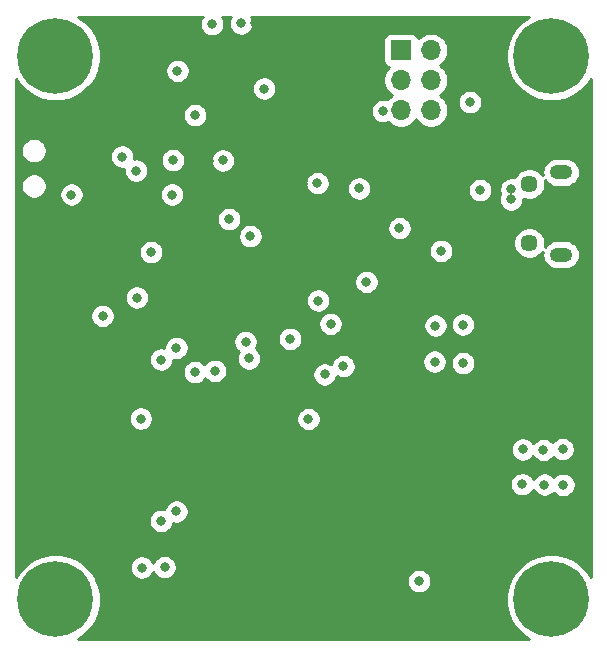
<source format=gbr>
%TF.GenerationSoftware,KiCad,Pcbnew,(5.1.9)-1*%
%TF.CreationDate,2021-09-16T13:16:14+03:00*%
%TF.ProjectId,STM32-V1,53544d33-322d-4563-912e-6b696361645f,rev?*%
%TF.SameCoordinates,Original*%
%TF.FileFunction,Copper,L3,Inr*%
%TF.FilePolarity,Positive*%
%FSLAX46Y46*%
G04 Gerber Fmt 4.6, Leading zero omitted, Abs format (unit mm)*
G04 Created by KiCad (PCBNEW (5.1.9)-1) date 2021-09-16 13:16:14*
%MOMM*%
%LPD*%
G01*
G04 APERTURE LIST*
%TA.AperFunction,ComponentPad*%
%ADD10C,0.800000*%
%TD*%
%TA.AperFunction,ComponentPad*%
%ADD11C,6.400000*%
%TD*%
%TA.AperFunction,ComponentPad*%
%ADD12C,1.450000*%
%TD*%
%TA.AperFunction,ComponentPad*%
%ADD13O,1.900000X1.200000*%
%TD*%
%TA.AperFunction,ComponentPad*%
%ADD14R,1.700000X1.700000*%
%TD*%
%TA.AperFunction,ComponentPad*%
%ADD15O,1.700000X1.700000*%
%TD*%
%TA.AperFunction,ViaPad*%
%ADD16C,0.800000*%
%TD*%
%TA.AperFunction,Conductor*%
%ADD17C,0.254000*%
%TD*%
%TA.AperFunction,Conductor*%
%ADD18C,0.100000*%
%TD*%
G04 APERTURE END LIST*
D10*
%TO.N,GND*%
%TO.C,H4*%
X89697056Y-92802944D03*
X88000000Y-92100000D03*
X86302944Y-92802944D03*
X85600000Y-94500000D03*
X86302944Y-96197056D03*
X88000000Y-96900000D03*
X89697056Y-96197056D03*
X90400000Y-94500000D03*
D11*
X88000000Y-94500000D03*
%TD*%
D10*
%TO.N,GND*%
%TO.C,H3*%
X89697056Y-138802944D03*
X88000000Y-138100000D03*
X86302944Y-138802944D03*
X85600000Y-140500000D03*
X86302944Y-142197056D03*
X88000000Y-142900000D03*
X89697056Y-142197056D03*
X90400000Y-140500000D03*
D11*
X88000000Y-140500000D03*
%TD*%
D10*
%TO.N,GND*%
%TO.C,H2*%
X131697056Y-138802944D03*
X130000000Y-138100000D03*
X128302944Y-138802944D03*
X127600000Y-140500000D03*
X128302944Y-142197056D03*
X130000000Y-142900000D03*
X131697056Y-142197056D03*
X132400000Y-140500000D03*
D11*
X130000000Y-140500000D03*
%TD*%
D10*
%TO.N,GND*%
%TO.C,H1*%
X131697056Y-92802944D03*
X130000000Y-92100000D03*
X128302944Y-92802944D03*
X127600000Y-94500000D03*
X128302944Y-96197056D03*
X130000000Y-96900000D03*
X131697056Y-96197056D03*
X132400000Y-94500000D03*
D11*
X130000000Y-94500000D03*
%TD*%
D12*
%TO.N,Net-(J1-Pad6)*%
%TO.C,J1*%
X128112500Y-110325000D03*
X128112500Y-105325000D03*
D13*
X130812500Y-111325000D03*
X130812500Y-104325000D03*
%TD*%
D14*
%TO.N,SWO*%
%TO.C,J2*%
X117250000Y-94000000D03*
D15*
%TO.N,SWDIO*%
X119790000Y-94000000D03*
%TO.N,Net-(J2-Pad3)*%
X117250000Y-96540000D03*
%TO.N,NRST*%
X119790000Y-96540000D03*
%TO.N,GND*%
X117250000Y-99080000D03*
%TO.N,SWCLK*%
X119790000Y-99080000D03*
%TD*%
D16*
%TO.N,GND*%
X101275000Y-91800000D03*
X103725000Y-91725000D03*
X98325000Y-95750000D03*
X99825000Y-99500000D03*
X89350000Y-106225000D03*
X94900000Y-114950000D03*
X94825000Y-104200000D03*
X97950000Y-103300000D03*
X97875000Y-106225000D03*
X102175000Y-103325000D03*
X110175000Y-105250000D03*
X114325000Y-113625000D03*
X110250000Y-115200000D03*
X111300000Y-117175000D03*
X112375000Y-120750000D03*
X110800000Y-121450000D03*
X107875000Y-118450000D03*
X95225000Y-125200000D03*
X109425000Y-125225000D03*
X97250000Y-137775000D03*
X95325000Y-137800000D03*
X118800000Y-138950000D03*
X127575000Y-127800000D03*
X129325000Y-127850000D03*
X130950000Y-127775000D03*
X127525000Y-130750000D03*
X129400000Y-130775000D03*
X131000000Y-130800000D03*
X126600000Y-105775000D03*
X126575000Y-106625000D03*
X123950000Y-105850000D03*
X113725000Y-105700000D03*
X115750000Y-99150000D03*
X105675000Y-97250000D03*
X92000000Y-116500000D03*
X120650000Y-111000000D03*
X117125000Y-109075000D03*
X120175000Y-117325000D03*
X120100000Y-120375000D03*
X122500000Y-117225000D03*
X122525000Y-120500000D03*
X96100000Y-111100000D03*
%TO.N,NRST*%
X104500000Y-109750000D03*
X123100000Y-98400000D03*
%TO.N,BOOT0*%
X102700000Y-108300000D03*
X93650000Y-103000000D03*
%TO.N,SPI1_MOSI*%
X104100000Y-118700000D03*
X99800000Y-121250000D03*
%TO.N,SP1_MISO*%
X104389998Y-120100000D03*
X101500000Y-121150000D03*
%TO.N,DIO0_LORA*%
X98250000Y-119200000D03*
X98250000Y-133050000D03*
%TO.N,NRESET_LORA*%
X96950000Y-120200000D03*
X96950000Y-133850000D03*
%TO.N,+3V3*%
X99599999Y-103350000D03*
X101000000Y-103350000D03*
X101200000Y-101700000D03*
X106050000Y-101700000D03*
X100450000Y-105750000D03*
X96900000Y-114800000D03*
X97900000Y-114000000D03*
X89300000Y-101700000D03*
X108700000Y-114000000D03*
X107450000Y-116600000D03*
X104800000Y-116600000D03*
X109050000Y-116850000D03*
X117450000Y-117450000D03*
X116000000Y-118400000D03*
X116000000Y-119725000D03*
X114825000Y-123100000D03*
X114850000Y-124950000D03*
X114775000Y-126975000D03*
X114800000Y-128750000D03*
X114850000Y-130850000D03*
X116450000Y-132900000D03*
X119100000Y-132800000D03*
X121500000Y-132750000D03*
X123500000Y-132750000D03*
X125000000Y-132750000D03*
X125575000Y-128300000D03*
X125525000Y-125850000D03*
X125500000Y-123650000D03*
X125500000Y-121850000D03*
X113000000Y-118700000D03*
X118750000Y-136650000D03*
X99225000Y-93750000D03*
X104925000Y-91700000D03*
X108950000Y-105325000D03*
X99300000Y-137725000D03*
%TD*%
D17*
%TO.N,+3V3*%
X100357795Y-91309744D02*
X100279774Y-91498102D01*
X100240000Y-91698061D01*
X100240000Y-91901939D01*
X100279774Y-92101898D01*
X100357795Y-92290256D01*
X100471063Y-92459774D01*
X100615226Y-92603937D01*
X100784744Y-92717205D01*
X100973102Y-92795226D01*
X101173061Y-92835000D01*
X101376939Y-92835000D01*
X101576898Y-92795226D01*
X101765256Y-92717205D01*
X101934774Y-92603937D01*
X102078937Y-92459774D01*
X102192205Y-92290256D01*
X102270226Y-92101898D01*
X102310000Y-91901939D01*
X102310000Y-91698061D01*
X102270226Y-91498102D01*
X102192205Y-91309744D01*
X102092150Y-91160000D01*
X102857737Y-91160000D01*
X102807795Y-91234744D01*
X102729774Y-91423102D01*
X102690000Y-91623061D01*
X102690000Y-91826939D01*
X102729774Y-92026898D01*
X102807795Y-92215256D01*
X102921063Y-92384774D01*
X103065226Y-92528937D01*
X103234744Y-92642205D01*
X103423102Y-92720226D01*
X103623061Y-92760000D01*
X103826939Y-92760000D01*
X104026898Y-92720226D01*
X104215256Y-92642205D01*
X104384774Y-92528937D01*
X104528937Y-92384774D01*
X104642205Y-92215256D01*
X104720226Y-92026898D01*
X104760000Y-91826939D01*
X104760000Y-91623061D01*
X104720226Y-91423102D01*
X104642205Y-91234744D01*
X104592263Y-91160000D01*
X128095845Y-91160000D01*
X127555330Y-91521161D01*
X127021161Y-92055330D01*
X126601467Y-92683446D01*
X126312377Y-93381372D01*
X126165000Y-94122285D01*
X126165000Y-94877715D01*
X126312377Y-95618628D01*
X126601467Y-96316554D01*
X127021161Y-96944670D01*
X127555330Y-97478839D01*
X128183446Y-97898533D01*
X128881372Y-98187623D01*
X129622285Y-98335000D01*
X130377715Y-98335000D01*
X131118628Y-98187623D01*
X131816554Y-97898533D01*
X132444670Y-97478839D01*
X132978839Y-96944670D01*
X133340000Y-96404155D01*
X133340001Y-138595847D01*
X132978839Y-138055330D01*
X132444670Y-137521161D01*
X131816554Y-137101467D01*
X131118628Y-136812377D01*
X130377715Y-136665000D01*
X129622285Y-136665000D01*
X128881372Y-136812377D01*
X128183446Y-137101467D01*
X127555330Y-137521161D01*
X127021161Y-138055330D01*
X126601467Y-138683446D01*
X126312377Y-139381372D01*
X126165000Y-140122285D01*
X126165000Y-140877715D01*
X126312377Y-141618628D01*
X126601467Y-142316554D01*
X127021161Y-142944670D01*
X127555330Y-143478839D01*
X128095845Y-143840000D01*
X89904155Y-143840000D01*
X90444670Y-143478839D01*
X90978839Y-142944670D01*
X91398533Y-142316554D01*
X91687623Y-141618628D01*
X91835000Y-140877715D01*
X91835000Y-140122285D01*
X91687623Y-139381372D01*
X91466719Y-138848061D01*
X117765000Y-138848061D01*
X117765000Y-139051939D01*
X117804774Y-139251898D01*
X117882795Y-139440256D01*
X117996063Y-139609774D01*
X118140226Y-139753937D01*
X118309744Y-139867205D01*
X118498102Y-139945226D01*
X118698061Y-139985000D01*
X118901939Y-139985000D01*
X119101898Y-139945226D01*
X119290256Y-139867205D01*
X119459774Y-139753937D01*
X119603937Y-139609774D01*
X119717205Y-139440256D01*
X119795226Y-139251898D01*
X119835000Y-139051939D01*
X119835000Y-138848061D01*
X119795226Y-138648102D01*
X119717205Y-138459744D01*
X119603937Y-138290226D01*
X119459774Y-138146063D01*
X119290256Y-138032795D01*
X119101898Y-137954774D01*
X118901939Y-137915000D01*
X118698061Y-137915000D01*
X118498102Y-137954774D01*
X118309744Y-138032795D01*
X118140226Y-138146063D01*
X117996063Y-138290226D01*
X117882795Y-138459744D01*
X117804774Y-138648102D01*
X117765000Y-138848061D01*
X91466719Y-138848061D01*
X91398533Y-138683446D01*
X90978839Y-138055330D01*
X90621570Y-137698061D01*
X94290000Y-137698061D01*
X94290000Y-137901939D01*
X94329774Y-138101898D01*
X94407795Y-138290256D01*
X94521063Y-138459774D01*
X94665226Y-138603937D01*
X94834744Y-138717205D01*
X95023102Y-138795226D01*
X95223061Y-138835000D01*
X95426939Y-138835000D01*
X95626898Y-138795226D01*
X95815256Y-138717205D01*
X95984774Y-138603937D01*
X96128937Y-138459774D01*
X96242205Y-138290256D01*
X96292678Y-138168405D01*
X96332795Y-138265256D01*
X96446063Y-138434774D01*
X96590226Y-138578937D01*
X96759744Y-138692205D01*
X96948102Y-138770226D01*
X97148061Y-138810000D01*
X97351939Y-138810000D01*
X97551898Y-138770226D01*
X97740256Y-138692205D01*
X97909774Y-138578937D01*
X98053937Y-138434774D01*
X98167205Y-138265256D01*
X98245226Y-138076898D01*
X98285000Y-137876939D01*
X98285000Y-137673061D01*
X98245226Y-137473102D01*
X98167205Y-137284744D01*
X98053937Y-137115226D01*
X97909774Y-136971063D01*
X97740256Y-136857795D01*
X97551898Y-136779774D01*
X97351939Y-136740000D01*
X97148061Y-136740000D01*
X96948102Y-136779774D01*
X96759744Y-136857795D01*
X96590226Y-136971063D01*
X96446063Y-137115226D01*
X96332795Y-137284744D01*
X96282322Y-137406595D01*
X96242205Y-137309744D01*
X96128937Y-137140226D01*
X95984774Y-136996063D01*
X95815256Y-136882795D01*
X95626898Y-136804774D01*
X95426939Y-136765000D01*
X95223061Y-136765000D01*
X95023102Y-136804774D01*
X94834744Y-136882795D01*
X94665226Y-136996063D01*
X94521063Y-137140226D01*
X94407795Y-137309744D01*
X94329774Y-137498102D01*
X94290000Y-137698061D01*
X90621570Y-137698061D01*
X90444670Y-137521161D01*
X89816554Y-137101467D01*
X89118628Y-136812377D01*
X88377715Y-136665000D01*
X87622285Y-136665000D01*
X86881372Y-136812377D01*
X86183446Y-137101467D01*
X85555330Y-137521161D01*
X85021161Y-138055330D01*
X84660000Y-138595845D01*
X84660000Y-133748061D01*
X95915000Y-133748061D01*
X95915000Y-133951939D01*
X95954774Y-134151898D01*
X96032795Y-134340256D01*
X96146063Y-134509774D01*
X96290226Y-134653937D01*
X96459744Y-134767205D01*
X96648102Y-134845226D01*
X96848061Y-134885000D01*
X97051939Y-134885000D01*
X97251898Y-134845226D01*
X97440256Y-134767205D01*
X97609774Y-134653937D01*
X97753937Y-134509774D01*
X97867205Y-134340256D01*
X97945226Y-134151898D01*
X97965746Y-134048736D01*
X98148061Y-134085000D01*
X98351939Y-134085000D01*
X98551898Y-134045226D01*
X98740256Y-133967205D01*
X98909774Y-133853937D01*
X99053937Y-133709774D01*
X99167205Y-133540256D01*
X99245226Y-133351898D01*
X99285000Y-133151939D01*
X99285000Y-132948061D01*
X99245226Y-132748102D01*
X99167205Y-132559744D01*
X99053937Y-132390226D01*
X98909774Y-132246063D01*
X98740256Y-132132795D01*
X98551898Y-132054774D01*
X98351939Y-132015000D01*
X98148061Y-132015000D01*
X97948102Y-132054774D01*
X97759744Y-132132795D01*
X97590226Y-132246063D01*
X97446063Y-132390226D01*
X97332795Y-132559744D01*
X97254774Y-132748102D01*
X97234254Y-132851264D01*
X97051939Y-132815000D01*
X96848061Y-132815000D01*
X96648102Y-132854774D01*
X96459744Y-132932795D01*
X96290226Y-133046063D01*
X96146063Y-133190226D01*
X96032795Y-133359744D01*
X95954774Y-133548102D01*
X95915000Y-133748061D01*
X84660000Y-133748061D01*
X84660000Y-130648061D01*
X126490000Y-130648061D01*
X126490000Y-130851939D01*
X126529774Y-131051898D01*
X126607795Y-131240256D01*
X126721063Y-131409774D01*
X126865226Y-131553937D01*
X127034744Y-131667205D01*
X127223102Y-131745226D01*
X127423061Y-131785000D01*
X127626939Y-131785000D01*
X127826898Y-131745226D01*
X128015256Y-131667205D01*
X128184774Y-131553937D01*
X128328937Y-131409774D01*
X128442205Y-131240256D01*
X128457322Y-131203760D01*
X128482795Y-131265256D01*
X128596063Y-131434774D01*
X128740226Y-131578937D01*
X128909744Y-131692205D01*
X129098102Y-131770226D01*
X129298061Y-131810000D01*
X129501939Y-131810000D01*
X129701898Y-131770226D01*
X129890256Y-131692205D01*
X130059774Y-131578937D01*
X130189203Y-131449508D01*
X130196063Y-131459774D01*
X130340226Y-131603937D01*
X130509744Y-131717205D01*
X130698102Y-131795226D01*
X130898061Y-131835000D01*
X131101939Y-131835000D01*
X131301898Y-131795226D01*
X131490256Y-131717205D01*
X131659774Y-131603937D01*
X131803937Y-131459774D01*
X131917205Y-131290256D01*
X131995226Y-131101898D01*
X132035000Y-130901939D01*
X132035000Y-130698061D01*
X131995226Y-130498102D01*
X131917205Y-130309744D01*
X131803937Y-130140226D01*
X131659774Y-129996063D01*
X131490256Y-129882795D01*
X131301898Y-129804774D01*
X131101939Y-129765000D01*
X130898061Y-129765000D01*
X130698102Y-129804774D01*
X130509744Y-129882795D01*
X130340226Y-129996063D01*
X130210797Y-130125492D01*
X130203937Y-130115226D01*
X130059774Y-129971063D01*
X129890256Y-129857795D01*
X129701898Y-129779774D01*
X129501939Y-129740000D01*
X129298061Y-129740000D01*
X129098102Y-129779774D01*
X128909744Y-129857795D01*
X128740226Y-129971063D01*
X128596063Y-130115226D01*
X128482795Y-130284744D01*
X128467678Y-130321240D01*
X128442205Y-130259744D01*
X128328937Y-130090226D01*
X128184774Y-129946063D01*
X128015256Y-129832795D01*
X127826898Y-129754774D01*
X127626939Y-129715000D01*
X127423061Y-129715000D01*
X127223102Y-129754774D01*
X127034744Y-129832795D01*
X126865226Y-129946063D01*
X126721063Y-130090226D01*
X126607795Y-130259744D01*
X126529774Y-130448102D01*
X126490000Y-130648061D01*
X84660000Y-130648061D01*
X84660000Y-127698061D01*
X126540000Y-127698061D01*
X126540000Y-127901939D01*
X126579774Y-128101898D01*
X126657795Y-128290256D01*
X126771063Y-128459774D01*
X126915226Y-128603937D01*
X127084744Y-128717205D01*
X127273102Y-128795226D01*
X127473061Y-128835000D01*
X127676939Y-128835000D01*
X127876898Y-128795226D01*
X128065256Y-128717205D01*
X128234774Y-128603937D01*
X128378937Y-128459774D01*
X128433296Y-128378420D01*
X128521063Y-128509774D01*
X128665226Y-128653937D01*
X128834744Y-128767205D01*
X129023102Y-128845226D01*
X129223061Y-128885000D01*
X129426939Y-128885000D01*
X129626898Y-128845226D01*
X129815256Y-128767205D01*
X129984774Y-128653937D01*
X130128937Y-128509774D01*
X130165837Y-128454548D01*
X130290226Y-128578937D01*
X130459744Y-128692205D01*
X130648102Y-128770226D01*
X130848061Y-128810000D01*
X131051939Y-128810000D01*
X131251898Y-128770226D01*
X131440256Y-128692205D01*
X131609774Y-128578937D01*
X131753937Y-128434774D01*
X131867205Y-128265256D01*
X131945226Y-128076898D01*
X131985000Y-127876939D01*
X131985000Y-127673061D01*
X131945226Y-127473102D01*
X131867205Y-127284744D01*
X131753937Y-127115226D01*
X131609774Y-126971063D01*
X131440256Y-126857795D01*
X131251898Y-126779774D01*
X131051939Y-126740000D01*
X130848061Y-126740000D01*
X130648102Y-126779774D01*
X130459744Y-126857795D01*
X130290226Y-126971063D01*
X130146063Y-127115226D01*
X130109163Y-127170452D01*
X129984774Y-127046063D01*
X129815256Y-126932795D01*
X129626898Y-126854774D01*
X129426939Y-126815000D01*
X129223061Y-126815000D01*
X129023102Y-126854774D01*
X128834744Y-126932795D01*
X128665226Y-127046063D01*
X128521063Y-127190226D01*
X128466704Y-127271580D01*
X128378937Y-127140226D01*
X128234774Y-126996063D01*
X128065256Y-126882795D01*
X127876898Y-126804774D01*
X127676939Y-126765000D01*
X127473061Y-126765000D01*
X127273102Y-126804774D01*
X127084744Y-126882795D01*
X126915226Y-126996063D01*
X126771063Y-127140226D01*
X126657795Y-127309744D01*
X126579774Y-127498102D01*
X126540000Y-127698061D01*
X84660000Y-127698061D01*
X84660000Y-125098061D01*
X94190000Y-125098061D01*
X94190000Y-125301939D01*
X94229774Y-125501898D01*
X94307795Y-125690256D01*
X94421063Y-125859774D01*
X94565226Y-126003937D01*
X94734744Y-126117205D01*
X94923102Y-126195226D01*
X95123061Y-126235000D01*
X95326939Y-126235000D01*
X95526898Y-126195226D01*
X95715256Y-126117205D01*
X95884774Y-126003937D01*
X96028937Y-125859774D01*
X96142205Y-125690256D01*
X96220226Y-125501898D01*
X96260000Y-125301939D01*
X96260000Y-125123061D01*
X108390000Y-125123061D01*
X108390000Y-125326939D01*
X108429774Y-125526898D01*
X108507795Y-125715256D01*
X108621063Y-125884774D01*
X108765226Y-126028937D01*
X108934744Y-126142205D01*
X109123102Y-126220226D01*
X109323061Y-126260000D01*
X109526939Y-126260000D01*
X109726898Y-126220226D01*
X109915256Y-126142205D01*
X110084774Y-126028937D01*
X110228937Y-125884774D01*
X110342205Y-125715256D01*
X110420226Y-125526898D01*
X110460000Y-125326939D01*
X110460000Y-125123061D01*
X110420226Y-124923102D01*
X110342205Y-124734744D01*
X110228937Y-124565226D01*
X110084774Y-124421063D01*
X109915256Y-124307795D01*
X109726898Y-124229774D01*
X109526939Y-124190000D01*
X109323061Y-124190000D01*
X109123102Y-124229774D01*
X108934744Y-124307795D01*
X108765226Y-124421063D01*
X108621063Y-124565226D01*
X108507795Y-124734744D01*
X108429774Y-124923102D01*
X108390000Y-125123061D01*
X96260000Y-125123061D01*
X96260000Y-125098061D01*
X96220226Y-124898102D01*
X96142205Y-124709744D01*
X96028937Y-124540226D01*
X95884774Y-124396063D01*
X95715256Y-124282795D01*
X95526898Y-124204774D01*
X95326939Y-124165000D01*
X95123061Y-124165000D01*
X94923102Y-124204774D01*
X94734744Y-124282795D01*
X94565226Y-124396063D01*
X94421063Y-124540226D01*
X94307795Y-124709744D01*
X94229774Y-124898102D01*
X94190000Y-125098061D01*
X84660000Y-125098061D01*
X84660000Y-120098061D01*
X95915000Y-120098061D01*
X95915000Y-120301939D01*
X95954774Y-120501898D01*
X96032795Y-120690256D01*
X96146063Y-120859774D01*
X96290226Y-121003937D01*
X96459744Y-121117205D01*
X96648102Y-121195226D01*
X96848061Y-121235000D01*
X97051939Y-121235000D01*
X97251898Y-121195226D01*
X97365763Y-121148061D01*
X98765000Y-121148061D01*
X98765000Y-121351939D01*
X98804774Y-121551898D01*
X98882795Y-121740256D01*
X98996063Y-121909774D01*
X99140226Y-122053937D01*
X99309744Y-122167205D01*
X99498102Y-122245226D01*
X99698061Y-122285000D01*
X99901939Y-122285000D01*
X100101898Y-122245226D01*
X100290256Y-122167205D01*
X100459774Y-122053937D01*
X100603937Y-121909774D01*
X100683409Y-121790836D01*
X100696063Y-121809774D01*
X100840226Y-121953937D01*
X101009744Y-122067205D01*
X101198102Y-122145226D01*
X101398061Y-122185000D01*
X101601939Y-122185000D01*
X101801898Y-122145226D01*
X101990256Y-122067205D01*
X102159774Y-121953937D01*
X102303937Y-121809774D01*
X102417205Y-121640256D01*
X102495226Y-121451898D01*
X102515880Y-121348061D01*
X109765000Y-121348061D01*
X109765000Y-121551939D01*
X109804774Y-121751898D01*
X109882795Y-121940256D01*
X109996063Y-122109774D01*
X110140226Y-122253937D01*
X110309744Y-122367205D01*
X110498102Y-122445226D01*
X110698061Y-122485000D01*
X110901939Y-122485000D01*
X111101898Y-122445226D01*
X111290256Y-122367205D01*
X111459774Y-122253937D01*
X111603937Y-122109774D01*
X111717205Y-121940256D01*
X111795226Y-121751898D01*
X111820598Y-121624344D01*
X111884744Y-121667205D01*
X112073102Y-121745226D01*
X112273061Y-121785000D01*
X112476939Y-121785000D01*
X112676898Y-121745226D01*
X112865256Y-121667205D01*
X113034774Y-121553937D01*
X113178937Y-121409774D01*
X113292205Y-121240256D01*
X113370226Y-121051898D01*
X113410000Y-120851939D01*
X113410000Y-120648061D01*
X113370226Y-120448102D01*
X113297722Y-120273061D01*
X119065000Y-120273061D01*
X119065000Y-120476939D01*
X119104774Y-120676898D01*
X119182795Y-120865256D01*
X119296063Y-121034774D01*
X119440226Y-121178937D01*
X119609744Y-121292205D01*
X119798102Y-121370226D01*
X119998061Y-121410000D01*
X120201939Y-121410000D01*
X120401898Y-121370226D01*
X120590256Y-121292205D01*
X120759774Y-121178937D01*
X120903937Y-121034774D01*
X121017205Y-120865256D01*
X121095226Y-120676898D01*
X121135000Y-120476939D01*
X121135000Y-120398061D01*
X121490000Y-120398061D01*
X121490000Y-120601939D01*
X121529774Y-120801898D01*
X121607795Y-120990256D01*
X121721063Y-121159774D01*
X121865226Y-121303937D01*
X122034744Y-121417205D01*
X122223102Y-121495226D01*
X122423061Y-121535000D01*
X122626939Y-121535000D01*
X122826898Y-121495226D01*
X123015256Y-121417205D01*
X123184774Y-121303937D01*
X123328937Y-121159774D01*
X123442205Y-120990256D01*
X123520226Y-120801898D01*
X123560000Y-120601939D01*
X123560000Y-120398061D01*
X123520226Y-120198102D01*
X123442205Y-120009744D01*
X123328937Y-119840226D01*
X123184774Y-119696063D01*
X123015256Y-119582795D01*
X122826898Y-119504774D01*
X122626939Y-119465000D01*
X122423061Y-119465000D01*
X122223102Y-119504774D01*
X122034744Y-119582795D01*
X121865226Y-119696063D01*
X121721063Y-119840226D01*
X121607795Y-120009744D01*
X121529774Y-120198102D01*
X121490000Y-120398061D01*
X121135000Y-120398061D01*
X121135000Y-120273061D01*
X121095226Y-120073102D01*
X121017205Y-119884744D01*
X120903937Y-119715226D01*
X120759774Y-119571063D01*
X120590256Y-119457795D01*
X120401898Y-119379774D01*
X120201939Y-119340000D01*
X119998061Y-119340000D01*
X119798102Y-119379774D01*
X119609744Y-119457795D01*
X119440226Y-119571063D01*
X119296063Y-119715226D01*
X119182795Y-119884744D01*
X119104774Y-120073102D01*
X119065000Y-120273061D01*
X113297722Y-120273061D01*
X113292205Y-120259744D01*
X113178937Y-120090226D01*
X113034774Y-119946063D01*
X112865256Y-119832795D01*
X112676898Y-119754774D01*
X112476939Y-119715000D01*
X112273061Y-119715000D01*
X112073102Y-119754774D01*
X111884744Y-119832795D01*
X111715226Y-119946063D01*
X111571063Y-120090226D01*
X111457795Y-120259744D01*
X111379774Y-120448102D01*
X111354402Y-120575656D01*
X111290256Y-120532795D01*
X111101898Y-120454774D01*
X110901939Y-120415000D01*
X110698061Y-120415000D01*
X110498102Y-120454774D01*
X110309744Y-120532795D01*
X110140226Y-120646063D01*
X109996063Y-120790226D01*
X109882795Y-120959744D01*
X109804774Y-121148102D01*
X109765000Y-121348061D01*
X102515880Y-121348061D01*
X102535000Y-121251939D01*
X102535000Y-121048061D01*
X102495226Y-120848102D01*
X102417205Y-120659744D01*
X102303937Y-120490226D01*
X102159774Y-120346063D01*
X101990256Y-120232795D01*
X101801898Y-120154774D01*
X101601939Y-120115000D01*
X101398061Y-120115000D01*
X101198102Y-120154774D01*
X101009744Y-120232795D01*
X100840226Y-120346063D01*
X100696063Y-120490226D01*
X100616591Y-120609164D01*
X100603937Y-120590226D01*
X100459774Y-120446063D01*
X100290256Y-120332795D01*
X100101898Y-120254774D01*
X99901939Y-120215000D01*
X99698061Y-120215000D01*
X99498102Y-120254774D01*
X99309744Y-120332795D01*
X99140226Y-120446063D01*
X98996063Y-120590226D01*
X98882795Y-120759744D01*
X98804774Y-120948102D01*
X98765000Y-121148061D01*
X97365763Y-121148061D01*
X97440256Y-121117205D01*
X97609774Y-121003937D01*
X97753937Y-120859774D01*
X97867205Y-120690256D01*
X97945226Y-120501898D01*
X97985000Y-120301939D01*
X97985000Y-120202565D01*
X98148061Y-120235000D01*
X98351939Y-120235000D01*
X98551898Y-120195226D01*
X98740256Y-120117205D01*
X98909774Y-120003937D01*
X99053937Y-119859774D01*
X99167205Y-119690256D01*
X99245226Y-119501898D01*
X99285000Y-119301939D01*
X99285000Y-119098061D01*
X99245226Y-118898102D01*
X99167205Y-118709744D01*
X99092582Y-118598061D01*
X103065000Y-118598061D01*
X103065000Y-118801939D01*
X103104774Y-119001898D01*
X103182795Y-119190256D01*
X103296063Y-119359774D01*
X103440226Y-119503937D01*
X103511617Y-119551639D01*
X103472793Y-119609744D01*
X103394772Y-119798102D01*
X103354998Y-119998061D01*
X103354998Y-120201939D01*
X103394772Y-120401898D01*
X103472793Y-120590256D01*
X103586061Y-120759774D01*
X103730224Y-120903937D01*
X103899742Y-121017205D01*
X104088100Y-121095226D01*
X104288059Y-121135000D01*
X104491937Y-121135000D01*
X104691896Y-121095226D01*
X104880254Y-121017205D01*
X105049772Y-120903937D01*
X105193935Y-120759774D01*
X105307203Y-120590256D01*
X105385224Y-120401898D01*
X105424998Y-120201939D01*
X105424998Y-119998061D01*
X105385224Y-119798102D01*
X105307203Y-119609744D01*
X105193935Y-119440226D01*
X105049772Y-119296063D01*
X104978381Y-119248361D01*
X105017205Y-119190256D01*
X105095226Y-119001898D01*
X105135000Y-118801939D01*
X105135000Y-118598061D01*
X105095226Y-118398102D01*
X105074499Y-118348061D01*
X106840000Y-118348061D01*
X106840000Y-118551939D01*
X106879774Y-118751898D01*
X106957795Y-118940256D01*
X107071063Y-119109774D01*
X107215226Y-119253937D01*
X107384744Y-119367205D01*
X107573102Y-119445226D01*
X107773061Y-119485000D01*
X107976939Y-119485000D01*
X108176898Y-119445226D01*
X108365256Y-119367205D01*
X108534774Y-119253937D01*
X108678937Y-119109774D01*
X108792205Y-118940256D01*
X108870226Y-118751898D01*
X108910000Y-118551939D01*
X108910000Y-118348061D01*
X108870226Y-118148102D01*
X108792205Y-117959744D01*
X108678937Y-117790226D01*
X108534774Y-117646063D01*
X108365256Y-117532795D01*
X108176898Y-117454774D01*
X107976939Y-117415000D01*
X107773061Y-117415000D01*
X107573102Y-117454774D01*
X107384744Y-117532795D01*
X107215226Y-117646063D01*
X107071063Y-117790226D01*
X106957795Y-117959744D01*
X106879774Y-118148102D01*
X106840000Y-118348061D01*
X105074499Y-118348061D01*
X105017205Y-118209744D01*
X104903937Y-118040226D01*
X104759774Y-117896063D01*
X104590256Y-117782795D01*
X104401898Y-117704774D01*
X104201939Y-117665000D01*
X103998061Y-117665000D01*
X103798102Y-117704774D01*
X103609744Y-117782795D01*
X103440226Y-117896063D01*
X103296063Y-118040226D01*
X103182795Y-118209744D01*
X103104774Y-118398102D01*
X103065000Y-118598061D01*
X99092582Y-118598061D01*
X99053937Y-118540226D01*
X98909774Y-118396063D01*
X98740256Y-118282795D01*
X98551898Y-118204774D01*
X98351939Y-118165000D01*
X98148061Y-118165000D01*
X97948102Y-118204774D01*
X97759744Y-118282795D01*
X97590226Y-118396063D01*
X97446063Y-118540226D01*
X97332795Y-118709744D01*
X97254774Y-118898102D01*
X97215000Y-119098061D01*
X97215000Y-119197435D01*
X97051939Y-119165000D01*
X96848061Y-119165000D01*
X96648102Y-119204774D01*
X96459744Y-119282795D01*
X96290226Y-119396063D01*
X96146063Y-119540226D01*
X96032795Y-119709744D01*
X95954774Y-119898102D01*
X95915000Y-120098061D01*
X84660000Y-120098061D01*
X84660000Y-116398061D01*
X90965000Y-116398061D01*
X90965000Y-116601939D01*
X91004774Y-116801898D01*
X91082795Y-116990256D01*
X91196063Y-117159774D01*
X91340226Y-117303937D01*
X91509744Y-117417205D01*
X91698102Y-117495226D01*
X91898061Y-117535000D01*
X92101939Y-117535000D01*
X92301898Y-117495226D01*
X92490256Y-117417205D01*
X92659774Y-117303937D01*
X92803937Y-117159774D01*
X92861876Y-117073061D01*
X110265000Y-117073061D01*
X110265000Y-117276939D01*
X110304774Y-117476898D01*
X110382795Y-117665256D01*
X110496063Y-117834774D01*
X110640226Y-117978937D01*
X110809744Y-118092205D01*
X110998102Y-118170226D01*
X111198061Y-118210000D01*
X111401939Y-118210000D01*
X111601898Y-118170226D01*
X111790256Y-118092205D01*
X111959774Y-117978937D01*
X112103937Y-117834774D01*
X112217205Y-117665256D01*
X112295226Y-117476898D01*
X112335000Y-117276939D01*
X112335000Y-117223061D01*
X119140000Y-117223061D01*
X119140000Y-117426939D01*
X119179774Y-117626898D01*
X119257795Y-117815256D01*
X119371063Y-117984774D01*
X119515226Y-118128937D01*
X119684744Y-118242205D01*
X119873102Y-118320226D01*
X120073061Y-118360000D01*
X120276939Y-118360000D01*
X120476898Y-118320226D01*
X120665256Y-118242205D01*
X120834774Y-118128937D01*
X120978937Y-117984774D01*
X121092205Y-117815256D01*
X121170226Y-117626898D01*
X121210000Y-117426939D01*
X121210000Y-117223061D01*
X121190109Y-117123061D01*
X121465000Y-117123061D01*
X121465000Y-117326939D01*
X121504774Y-117526898D01*
X121582795Y-117715256D01*
X121696063Y-117884774D01*
X121840226Y-118028937D01*
X122009744Y-118142205D01*
X122198102Y-118220226D01*
X122398061Y-118260000D01*
X122601939Y-118260000D01*
X122801898Y-118220226D01*
X122990256Y-118142205D01*
X123159774Y-118028937D01*
X123303937Y-117884774D01*
X123417205Y-117715256D01*
X123495226Y-117526898D01*
X123535000Y-117326939D01*
X123535000Y-117123061D01*
X123495226Y-116923102D01*
X123417205Y-116734744D01*
X123303937Y-116565226D01*
X123159774Y-116421063D01*
X122990256Y-116307795D01*
X122801898Y-116229774D01*
X122601939Y-116190000D01*
X122398061Y-116190000D01*
X122198102Y-116229774D01*
X122009744Y-116307795D01*
X121840226Y-116421063D01*
X121696063Y-116565226D01*
X121582795Y-116734744D01*
X121504774Y-116923102D01*
X121465000Y-117123061D01*
X121190109Y-117123061D01*
X121170226Y-117023102D01*
X121092205Y-116834744D01*
X120978937Y-116665226D01*
X120834774Y-116521063D01*
X120665256Y-116407795D01*
X120476898Y-116329774D01*
X120276939Y-116290000D01*
X120073061Y-116290000D01*
X119873102Y-116329774D01*
X119684744Y-116407795D01*
X119515226Y-116521063D01*
X119371063Y-116665226D01*
X119257795Y-116834744D01*
X119179774Y-117023102D01*
X119140000Y-117223061D01*
X112335000Y-117223061D01*
X112335000Y-117073061D01*
X112295226Y-116873102D01*
X112217205Y-116684744D01*
X112103937Y-116515226D01*
X111959774Y-116371063D01*
X111790256Y-116257795D01*
X111601898Y-116179774D01*
X111401939Y-116140000D01*
X111198061Y-116140000D01*
X110998102Y-116179774D01*
X110809744Y-116257795D01*
X110640226Y-116371063D01*
X110496063Y-116515226D01*
X110382795Y-116684744D01*
X110304774Y-116873102D01*
X110265000Y-117073061D01*
X92861876Y-117073061D01*
X92917205Y-116990256D01*
X92995226Y-116801898D01*
X93035000Y-116601939D01*
X93035000Y-116398061D01*
X92995226Y-116198102D01*
X92917205Y-116009744D01*
X92803937Y-115840226D01*
X92659774Y-115696063D01*
X92490256Y-115582795D01*
X92301898Y-115504774D01*
X92101939Y-115465000D01*
X91898061Y-115465000D01*
X91698102Y-115504774D01*
X91509744Y-115582795D01*
X91340226Y-115696063D01*
X91196063Y-115840226D01*
X91082795Y-116009744D01*
X91004774Y-116198102D01*
X90965000Y-116398061D01*
X84660000Y-116398061D01*
X84660000Y-114848061D01*
X93865000Y-114848061D01*
X93865000Y-115051939D01*
X93904774Y-115251898D01*
X93982795Y-115440256D01*
X94096063Y-115609774D01*
X94240226Y-115753937D01*
X94409744Y-115867205D01*
X94598102Y-115945226D01*
X94798061Y-115985000D01*
X95001939Y-115985000D01*
X95201898Y-115945226D01*
X95390256Y-115867205D01*
X95559774Y-115753937D01*
X95703937Y-115609774D01*
X95817205Y-115440256D01*
X95895226Y-115251898D01*
X95925825Y-115098061D01*
X109215000Y-115098061D01*
X109215000Y-115301939D01*
X109254774Y-115501898D01*
X109332795Y-115690256D01*
X109446063Y-115859774D01*
X109590226Y-116003937D01*
X109759744Y-116117205D01*
X109948102Y-116195226D01*
X110148061Y-116235000D01*
X110351939Y-116235000D01*
X110551898Y-116195226D01*
X110740256Y-116117205D01*
X110909774Y-116003937D01*
X111053937Y-115859774D01*
X111167205Y-115690256D01*
X111245226Y-115501898D01*
X111285000Y-115301939D01*
X111285000Y-115098061D01*
X111245226Y-114898102D01*
X111167205Y-114709744D01*
X111053937Y-114540226D01*
X110909774Y-114396063D01*
X110740256Y-114282795D01*
X110551898Y-114204774D01*
X110351939Y-114165000D01*
X110148061Y-114165000D01*
X109948102Y-114204774D01*
X109759744Y-114282795D01*
X109590226Y-114396063D01*
X109446063Y-114540226D01*
X109332795Y-114709744D01*
X109254774Y-114898102D01*
X109215000Y-115098061D01*
X95925825Y-115098061D01*
X95935000Y-115051939D01*
X95935000Y-114848061D01*
X95895226Y-114648102D01*
X95817205Y-114459744D01*
X95703937Y-114290226D01*
X95559774Y-114146063D01*
X95390256Y-114032795D01*
X95201898Y-113954774D01*
X95001939Y-113915000D01*
X94798061Y-113915000D01*
X94598102Y-113954774D01*
X94409744Y-114032795D01*
X94240226Y-114146063D01*
X94096063Y-114290226D01*
X93982795Y-114459744D01*
X93904774Y-114648102D01*
X93865000Y-114848061D01*
X84660000Y-114848061D01*
X84660000Y-113523061D01*
X113290000Y-113523061D01*
X113290000Y-113726939D01*
X113329774Y-113926898D01*
X113407795Y-114115256D01*
X113521063Y-114284774D01*
X113665226Y-114428937D01*
X113834744Y-114542205D01*
X114023102Y-114620226D01*
X114223061Y-114660000D01*
X114426939Y-114660000D01*
X114626898Y-114620226D01*
X114815256Y-114542205D01*
X114984774Y-114428937D01*
X115128937Y-114284774D01*
X115242205Y-114115256D01*
X115320226Y-113926898D01*
X115360000Y-113726939D01*
X115360000Y-113523061D01*
X115320226Y-113323102D01*
X115242205Y-113134744D01*
X115128937Y-112965226D01*
X114984774Y-112821063D01*
X114815256Y-112707795D01*
X114626898Y-112629774D01*
X114426939Y-112590000D01*
X114223061Y-112590000D01*
X114023102Y-112629774D01*
X113834744Y-112707795D01*
X113665226Y-112821063D01*
X113521063Y-112965226D01*
X113407795Y-113134744D01*
X113329774Y-113323102D01*
X113290000Y-113523061D01*
X84660000Y-113523061D01*
X84660000Y-110998061D01*
X95065000Y-110998061D01*
X95065000Y-111201939D01*
X95104774Y-111401898D01*
X95182795Y-111590256D01*
X95296063Y-111759774D01*
X95440226Y-111903937D01*
X95609744Y-112017205D01*
X95798102Y-112095226D01*
X95998061Y-112135000D01*
X96201939Y-112135000D01*
X96401898Y-112095226D01*
X96590256Y-112017205D01*
X96759774Y-111903937D01*
X96903937Y-111759774D01*
X97017205Y-111590256D01*
X97095226Y-111401898D01*
X97135000Y-111201939D01*
X97135000Y-110998061D01*
X97115109Y-110898061D01*
X119615000Y-110898061D01*
X119615000Y-111101939D01*
X119654774Y-111301898D01*
X119732795Y-111490256D01*
X119846063Y-111659774D01*
X119990226Y-111803937D01*
X120159744Y-111917205D01*
X120348102Y-111995226D01*
X120548061Y-112035000D01*
X120751939Y-112035000D01*
X120951898Y-111995226D01*
X121140256Y-111917205D01*
X121309774Y-111803937D01*
X121453937Y-111659774D01*
X121567205Y-111490256D01*
X121645226Y-111301898D01*
X121685000Y-111101939D01*
X121685000Y-110898061D01*
X121645226Y-110698102D01*
X121567205Y-110509744D01*
X121453937Y-110340226D01*
X121309774Y-110196063D01*
X121302275Y-110191052D01*
X126752500Y-110191052D01*
X126752500Y-110458948D01*
X126804764Y-110721697D01*
X126907284Y-110969201D01*
X127056119Y-111191949D01*
X127245551Y-111381381D01*
X127468299Y-111530216D01*
X127715803Y-111632736D01*
X127978552Y-111685000D01*
X128246448Y-111685000D01*
X128509197Y-111632736D01*
X128756701Y-111530216D01*
X128979449Y-111381381D01*
X129168881Y-111191949D01*
X129248383Y-111072965D01*
X129245370Y-111082898D01*
X129221525Y-111325000D01*
X129245370Y-111567102D01*
X129315989Y-111799901D01*
X129430667Y-112014449D01*
X129584998Y-112202502D01*
X129773051Y-112356833D01*
X129987599Y-112471511D01*
X130220398Y-112542130D01*
X130401835Y-112560000D01*
X131223165Y-112560000D01*
X131404602Y-112542130D01*
X131637401Y-112471511D01*
X131851949Y-112356833D01*
X132040002Y-112202502D01*
X132194333Y-112014449D01*
X132309011Y-111799901D01*
X132379630Y-111567102D01*
X132403475Y-111325000D01*
X132379630Y-111082898D01*
X132309011Y-110850099D01*
X132194333Y-110635551D01*
X132040002Y-110447498D01*
X131851949Y-110293167D01*
X131637401Y-110178489D01*
X131404602Y-110107870D01*
X131223165Y-110090000D01*
X130401835Y-110090000D01*
X130220398Y-110107870D01*
X129987599Y-110178489D01*
X129773051Y-110293167D01*
X129584998Y-110447498D01*
X129439516Y-110624768D01*
X129472500Y-110458948D01*
X129472500Y-110191052D01*
X129420236Y-109928303D01*
X129317716Y-109680799D01*
X129168881Y-109458051D01*
X128979449Y-109268619D01*
X128756701Y-109119784D01*
X128509197Y-109017264D01*
X128246448Y-108965000D01*
X127978552Y-108965000D01*
X127715803Y-109017264D01*
X127468299Y-109119784D01*
X127245551Y-109268619D01*
X127056119Y-109458051D01*
X126907284Y-109680799D01*
X126804764Y-109928303D01*
X126752500Y-110191052D01*
X121302275Y-110191052D01*
X121140256Y-110082795D01*
X120951898Y-110004774D01*
X120751939Y-109965000D01*
X120548061Y-109965000D01*
X120348102Y-110004774D01*
X120159744Y-110082795D01*
X119990226Y-110196063D01*
X119846063Y-110340226D01*
X119732795Y-110509744D01*
X119654774Y-110698102D01*
X119615000Y-110898061D01*
X97115109Y-110898061D01*
X97095226Y-110798102D01*
X97017205Y-110609744D01*
X96903937Y-110440226D01*
X96759774Y-110296063D01*
X96590256Y-110182795D01*
X96401898Y-110104774D01*
X96201939Y-110065000D01*
X95998061Y-110065000D01*
X95798102Y-110104774D01*
X95609744Y-110182795D01*
X95440226Y-110296063D01*
X95296063Y-110440226D01*
X95182795Y-110609744D01*
X95104774Y-110798102D01*
X95065000Y-110998061D01*
X84660000Y-110998061D01*
X84660000Y-109648061D01*
X103465000Y-109648061D01*
X103465000Y-109851939D01*
X103504774Y-110051898D01*
X103582795Y-110240256D01*
X103696063Y-110409774D01*
X103840226Y-110553937D01*
X104009744Y-110667205D01*
X104198102Y-110745226D01*
X104398061Y-110785000D01*
X104601939Y-110785000D01*
X104801898Y-110745226D01*
X104990256Y-110667205D01*
X105159774Y-110553937D01*
X105303937Y-110409774D01*
X105417205Y-110240256D01*
X105495226Y-110051898D01*
X105535000Y-109851939D01*
X105535000Y-109648061D01*
X105495226Y-109448102D01*
X105417205Y-109259744D01*
X105303937Y-109090226D01*
X105186772Y-108973061D01*
X116090000Y-108973061D01*
X116090000Y-109176939D01*
X116129774Y-109376898D01*
X116207795Y-109565256D01*
X116321063Y-109734774D01*
X116465226Y-109878937D01*
X116634744Y-109992205D01*
X116823102Y-110070226D01*
X117023061Y-110110000D01*
X117226939Y-110110000D01*
X117426898Y-110070226D01*
X117615256Y-109992205D01*
X117784774Y-109878937D01*
X117928937Y-109734774D01*
X118042205Y-109565256D01*
X118120226Y-109376898D01*
X118160000Y-109176939D01*
X118160000Y-108973061D01*
X118120226Y-108773102D01*
X118042205Y-108584744D01*
X117928937Y-108415226D01*
X117784774Y-108271063D01*
X117615256Y-108157795D01*
X117426898Y-108079774D01*
X117226939Y-108040000D01*
X117023061Y-108040000D01*
X116823102Y-108079774D01*
X116634744Y-108157795D01*
X116465226Y-108271063D01*
X116321063Y-108415226D01*
X116207795Y-108584744D01*
X116129774Y-108773102D01*
X116090000Y-108973061D01*
X105186772Y-108973061D01*
X105159774Y-108946063D01*
X104990256Y-108832795D01*
X104801898Y-108754774D01*
X104601939Y-108715000D01*
X104398061Y-108715000D01*
X104198102Y-108754774D01*
X104009744Y-108832795D01*
X103840226Y-108946063D01*
X103696063Y-109090226D01*
X103582795Y-109259744D01*
X103504774Y-109448102D01*
X103465000Y-109648061D01*
X84660000Y-109648061D01*
X84660000Y-108198061D01*
X101665000Y-108198061D01*
X101665000Y-108401939D01*
X101704774Y-108601898D01*
X101782795Y-108790256D01*
X101896063Y-108959774D01*
X102040226Y-109103937D01*
X102209744Y-109217205D01*
X102398102Y-109295226D01*
X102598061Y-109335000D01*
X102801939Y-109335000D01*
X103001898Y-109295226D01*
X103190256Y-109217205D01*
X103359774Y-109103937D01*
X103503937Y-108959774D01*
X103617205Y-108790256D01*
X103695226Y-108601898D01*
X103735000Y-108401939D01*
X103735000Y-108198061D01*
X103695226Y-107998102D01*
X103617205Y-107809744D01*
X103503937Y-107640226D01*
X103359774Y-107496063D01*
X103190256Y-107382795D01*
X103001898Y-107304774D01*
X102801939Y-107265000D01*
X102598061Y-107265000D01*
X102398102Y-107304774D01*
X102209744Y-107382795D01*
X102040226Y-107496063D01*
X101896063Y-107640226D01*
X101782795Y-107809744D01*
X101704774Y-107998102D01*
X101665000Y-108198061D01*
X84660000Y-108198061D01*
X84660000Y-105393137D01*
X85085000Y-105393137D01*
X85085000Y-105606863D01*
X85126696Y-105816483D01*
X85208485Y-106013940D01*
X85327225Y-106191647D01*
X85478353Y-106342775D01*
X85656060Y-106461515D01*
X85853517Y-106543304D01*
X86063137Y-106585000D01*
X86276863Y-106585000D01*
X86486483Y-106543304D01*
X86683940Y-106461515D01*
X86861647Y-106342775D01*
X87012775Y-106191647D01*
X87058602Y-106123061D01*
X88315000Y-106123061D01*
X88315000Y-106326939D01*
X88354774Y-106526898D01*
X88432795Y-106715256D01*
X88546063Y-106884774D01*
X88690226Y-107028937D01*
X88859744Y-107142205D01*
X89048102Y-107220226D01*
X89248061Y-107260000D01*
X89451939Y-107260000D01*
X89651898Y-107220226D01*
X89840256Y-107142205D01*
X90009774Y-107028937D01*
X90153937Y-106884774D01*
X90267205Y-106715256D01*
X90345226Y-106526898D01*
X90385000Y-106326939D01*
X90385000Y-106123061D01*
X96840000Y-106123061D01*
X96840000Y-106326939D01*
X96879774Y-106526898D01*
X96957795Y-106715256D01*
X97071063Y-106884774D01*
X97215226Y-107028937D01*
X97384744Y-107142205D01*
X97573102Y-107220226D01*
X97773061Y-107260000D01*
X97976939Y-107260000D01*
X98176898Y-107220226D01*
X98365256Y-107142205D01*
X98534774Y-107028937D01*
X98678937Y-106884774D01*
X98792205Y-106715256D01*
X98870226Y-106526898D01*
X98910000Y-106326939D01*
X98910000Y-106123061D01*
X98870226Y-105923102D01*
X98792205Y-105734744D01*
X98678937Y-105565226D01*
X98534774Y-105421063D01*
X98365256Y-105307795D01*
X98176898Y-105229774D01*
X97976939Y-105190000D01*
X97773061Y-105190000D01*
X97573102Y-105229774D01*
X97384744Y-105307795D01*
X97215226Y-105421063D01*
X97071063Y-105565226D01*
X96957795Y-105734744D01*
X96879774Y-105923102D01*
X96840000Y-106123061D01*
X90385000Y-106123061D01*
X90345226Y-105923102D01*
X90267205Y-105734744D01*
X90153937Y-105565226D01*
X90009774Y-105421063D01*
X89840256Y-105307795D01*
X89651898Y-105229774D01*
X89451939Y-105190000D01*
X89248061Y-105190000D01*
X89048102Y-105229774D01*
X88859744Y-105307795D01*
X88690226Y-105421063D01*
X88546063Y-105565226D01*
X88432795Y-105734744D01*
X88354774Y-105923102D01*
X88315000Y-106123061D01*
X87058602Y-106123061D01*
X87131515Y-106013940D01*
X87213304Y-105816483D01*
X87255000Y-105606863D01*
X87255000Y-105393137D01*
X87213304Y-105183517D01*
X87131515Y-104986060D01*
X87012775Y-104808353D01*
X86861647Y-104657225D01*
X86683940Y-104538485D01*
X86486483Y-104456696D01*
X86276863Y-104415000D01*
X86063137Y-104415000D01*
X85853517Y-104456696D01*
X85656060Y-104538485D01*
X85478353Y-104657225D01*
X85327225Y-104808353D01*
X85208485Y-104986060D01*
X85126696Y-105183517D01*
X85085000Y-105393137D01*
X84660000Y-105393137D01*
X84660000Y-102393137D01*
X85085000Y-102393137D01*
X85085000Y-102606863D01*
X85126696Y-102816483D01*
X85208485Y-103013940D01*
X85327225Y-103191647D01*
X85478353Y-103342775D01*
X85656060Y-103461515D01*
X85853517Y-103543304D01*
X86063137Y-103585000D01*
X86276863Y-103585000D01*
X86486483Y-103543304D01*
X86683940Y-103461515D01*
X86861647Y-103342775D01*
X87012775Y-103191647D01*
X87131515Y-103013940D01*
X87179513Y-102898061D01*
X92615000Y-102898061D01*
X92615000Y-103101939D01*
X92654774Y-103301898D01*
X92732795Y-103490256D01*
X92846063Y-103659774D01*
X92990226Y-103803937D01*
X93159744Y-103917205D01*
X93348102Y-103995226D01*
X93548061Y-104035000D01*
X93751939Y-104035000D01*
X93804628Y-104024520D01*
X93790000Y-104098061D01*
X93790000Y-104301939D01*
X93829774Y-104501898D01*
X93907795Y-104690256D01*
X94021063Y-104859774D01*
X94165226Y-105003937D01*
X94334744Y-105117205D01*
X94523102Y-105195226D01*
X94723061Y-105235000D01*
X94926939Y-105235000D01*
X95126898Y-105195226D01*
X95240763Y-105148061D01*
X109140000Y-105148061D01*
X109140000Y-105351939D01*
X109179774Y-105551898D01*
X109257795Y-105740256D01*
X109371063Y-105909774D01*
X109515226Y-106053937D01*
X109684744Y-106167205D01*
X109873102Y-106245226D01*
X110073061Y-106285000D01*
X110276939Y-106285000D01*
X110476898Y-106245226D01*
X110665256Y-106167205D01*
X110834774Y-106053937D01*
X110978937Y-105909774D01*
X111092205Y-105740256D01*
X111151104Y-105598061D01*
X112690000Y-105598061D01*
X112690000Y-105801939D01*
X112729774Y-106001898D01*
X112807795Y-106190256D01*
X112921063Y-106359774D01*
X113065226Y-106503937D01*
X113234744Y-106617205D01*
X113423102Y-106695226D01*
X113623061Y-106735000D01*
X113826939Y-106735000D01*
X114026898Y-106695226D01*
X114215256Y-106617205D01*
X114384774Y-106503937D01*
X114528937Y-106359774D01*
X114642205Y-106190256D01*
X114720226Y-106001898D01*
X114760000Y-105801939D01*
X114760000Y-105748061D01*
X122915000Y-105748061D01*
X122915000Y-105951939D01*
X122954774Y-106151898D01*
X123032795Y-106340256D01*
X123146063Y-106509774D01*
X123290226Y-106653937D01*
X123459744Y-106767205D01*
X123648102Y-106845226D01*
X123848061Y-106885000D01*
X124051939Y-106885000D01*
X124251898Y-106845226D01*
X124440256Y-106767205D01*
X124609774Y-106653937D01*
X124740650Y-106523061D01*
X125540000Y-106523061D01*
X125540000Y-106726939D01*
X125579774Y-106926898D01*
X125657795Y-107115256D01*
X125771063Y-107284774D01*
X125915226Y-107428937D01*
X126084744Y-107542205D01*
X126273102Y-107620226D01*
X126473061Y-107660000D01*
X126676939Y-107660000D01*
X126876898Y-107620226D01*
X127065256Y-107542205D01*
X127234774Y-107428937D01*
X127378937Y-107284774D01*
X127492205Y-107115256D01*
X127570226Y-106926898D01*
X127610000Y-106726939D01*
X127610000Y-106588911D01*
X127715803Y-106632736D01*
X127978552Y-106685000D01*
X128246448Y-106685000D01*
X128509197Y-106632736D01*
X128756701Y-106530216D01*
X128979449Y-106381381D01*
X129168881Y-106191949D01*
X129317716Y-105969201D01*
X129420236Y-105721697D01*
X129472500Y-105458948D01*
X129472500Y-105191052D01*
X129439516Y-105025232D01*
X129584998Y-105202502D01*
X129773051Y-105356833D01*
X129987599Y-105471511D01*
X130220398Y-105542130D01*
X130401835Y-105560000D01*
X131223165Y-105560000D01*
X131404602Y-105542130D01*
X131637401Y-105471511D01*
X131851949Y-105356833D01*
X132040002Y-105202502D01*
X132194333Y-105014449D01*
X132309011Y-104799901D01*
X132379630Y-104567102D01*
X132403475Y-104325000D01*
X132379630Y-104082898D01*
X132309011Y-103850099D01*
X132194333Y-103635551D01*
X132040002Y-103447498D01*
X131851949Y-103293167D01*
X131637401Y-103178489D01*
X131404602Y-103107870D01*
X131223165Y-103090000D01*
X130401835Y-103090000D01*
X130220398Y-103107870D01*
X129987599Y-103178489D01*
X129773051Y-103293167D01*
X129584998Y-103447498D01*
X129430667Y-103635551D01*
X129315989Y-103850099D01*
X129245370Y-104082898D01*
X129221525Y-104325000D01*
X129245370Y-104567102D01*
X129248383Y-104577035D01*
X129168881Y-104458051D01*
X128979449Y-104268619D01*
X128756701Y-104119784D01*
X128509197Y-104017264D01*
X128246448Y-103965000D01*
X127978552Y-103965000D01*
X127715803Y-104017264D01*
X127468299Y-104119784D01*
X127245551Y-104268619D01*
X127056119Y-104458051D01*
X126907284Y-104680799D01*
X126868998Y-104773230D01*
X126701939Y-104740000D01*
X126498061Y-104740000D01*
X126298102Y-104779774D01*
X126109744Y-104857795D01*
X125940226Y-104971063D01*
X125796063Y-105115226D01*
X125682795Y-105284744D01*
X125604774Y-105473102D01*
X125565000Y-105673061D01*
X125565000Y-105876939D01*
X125604774Y-106076898D01*
X125643265Y-106169823D01*
X125579774Y-106323102D01*
X125540000Y-106523061D01*
X124740650Y-106523061D01*
X124753937Y-106509774D01*
X124867205Y-106340256D01*
X124945226Y-106151898D01*
X124985000Y-105951939D01*
X124985000Y-105748061D01*
X124945226Y-105548102D01*
X124867205Y-105359744D01*
X124753937Y-105190226D01*
X124609774Y-105046063D01*
X124440256Y-104932795D01*
X124251898Y-104854774D01*
X124051939Y-104815000D01*
X123848061Y-104815000D01*
X123648102Y-104854774D01*
X123459744Y-104932795D01*
X123290226Y-105046063D01*
X123146063Y-105190226D01*
X123032795Y-105359744D01*
X122954774Y-105548102D01*
X122915000Y-105748061D01*
X114760000Y-105748061D01*
X114760000Y-105598061D01*
X114720226Y-105398102D01*
X114642205Y-105209744D01*
X114528937Y-105040226D01*
X114384774Y-104896063D01*
X114215256Y-104782795D01*
X114026898Y-104704774D01*
X113826939Y-104665000D01*
X113623061Y-104665000D01*
X113423102Y-104704774D01*
X113234744Y-104782795D01*
X113065226Y-104896063D01*
X112921063Y-105040226D01*
X112807795Y-105209744D01*
X112729774Y-105398102D01*
X112690000Y-105598061D01*
X111151104Y-105598061D01*
X111170226Y-105551898D01*
X111210000Y-105351939D01*
X111210000Y-105148061D01*
X111170226Y-104948102D01*
X111092205Y-104759744D01*
X110978937Y-104590226D01*
X110834774Y-104446063D01*
X110665256Y-104332795D01*
X110476898Y-104254774D01*
X110276939Y-104215000D01*
X110073061Y-104215000D01*
X109873102Y-104254774D01*
X109684744Y-104332795D01*
X109515226Y-104446063D01*
X109371063Y-104590226D01*
X109257795Y-104759744D01*
X109179774Y-104948102D01*
X109140000Y-105148061D01*
X95240763Y-105148061D01*
X95315256Y-105117205D01*
X95484774Y-105003937D01*
X95628937Y-104859774D01*
X95742205Y-104690256D01*
X95820226Y-104501898D01*
X95860000Y-104301939D01*
X95860000Y-104098061D01*
X95820226Y-103898102D01*
X95742205Y-103709744D01*
X95628937Y-103540226D01*
X95484774Y-103396063D01*
X95315256Y-103282795D01*
X95126898Y-103204774D01*
X95093150Y-103198061D01*
X96915000Y-103198061D01*
X96915000Y-103401939D01*
X96954774Y-103601898D01*
X97032795Y-103790256D01*
X97146063Y-103959774D01*
X97290226Y-104103937D01*
X97459744Y-104217205D01*
X97648102Y-104295226D01*
X97848061Y-104335000D01*
X98051939Y-104335000D01*
X98251898Y-104295226D01*
X98440256Y-104217205D01*
X98609774Y-104103937D01*
X98753937Y-103959774D01*
X98867205Y-103790256D01*
X98945226Y-103601898D01*
X98985000Y-103401939D01*
X98985000Y-103223061D01*
X101140000Y-103223061D01*
X101140000Y-103426939D01*
X101179774Y-103626898D01*
X101257795Y-103815256D01*
X101371063Y-103984774D01*
X101515226Y-104128937D01*
X101684744Y-104242205D01*
X101873102Y-104320226D01*
X102073061Y-104360000D01*
X102276939Y-104360000D01*
X102476898Y-104320226D01*
X102665256Y-104242205D01*
X102834774Y-104128937D01*
X102978937Y-103984774D01*
X103092205Y-103815256D01*
X103170226Y-103626898D01*
X103210000Y-103426939D01*
X103210000Y-103223061D01*
X103170226Y-103023102D01*
X103092205Y-102834744D01*
X102978937Y-102665226D01*
X102834774Y-102521063D01*
X102665256Y-102407795D01*
X102476898Y-102329774D01*
X102276939Y-102290000D01*
X102073061Y-102290000D01*
X101873102Y-102329774D01*
X101684744Y-102407795D01*
X101515226Y-102521063D01*
X101371063Y-102665226D01*
X101257795Y-102834744D01*
X101179774Y-103023102D01*
X101140000Y-103223061D01*
X98985000Y-103223061D01*
X98985000Y-103198061D01*
X98945226Y-102998102D01*
X98867205Y-102809744D01*
X98753937Y-102640226D01*
X98609774Y-102496063D01*
X98440256Y-102382795D01*
X98251898Y-102304774D01*
X98051939Y-102265000D01*
X97848061Y-102265000D01*
X97648102Y-102304774D01*
X97459744Y-102382795D01*
X97290226Y-102496063D01*
X97146063Y-102640226D01*
X97032795Y-102809744D01*
X96954774Y-102998102D01*
X96915000Y-103198061D01*
X95093150Y-103198061D01*
X94926939Y-103165000D01*
X94723061Y-103165000D01*
X94670372Y-103175480D01*
X94685000Y-103101939D01*
X94685000Y-102898061D01*
X94645226Y-102698102D01*
X94567205Y-102509744D01*
X94453937Y-102340226D01*
X94309774Y-102196063D01*
X94140256Y-102082795D01*
X93951898Y-102004774D01*
X93751939Y-101965000D01*
X93548061Y-101965000D01*
X93348102Y-102004774D01*
X93159744Y-102082795D01*
X92990226Y-102196063D01*
X92846063Y-102340226D01*
X92732795Y-102509744D01*
X92654774Y-102698102D01*
X92615000Y-102898061D01*
X87179513Y-102898061D01*
X87213304Y-102816483D01*
X87255000Y-102606863D01*
X87255000Y-102393137D01*
X87213304Y-102183517D01*
X87131515Y-101986060D01*
X87012775Y-101808353D01*
X86861647Y-101657225D01*
X86683940Y-101538485D01*
X86486483Y-101456696D01*
X86276863Y-101415000D01*
X86063137Y-101415000D01*
X85853517Y-101456696D01*
X85656060Y-101538485D01*
X85478353Y-101657225D01*
X85327225Y-101808353D01*
X85208485Y-101986060D01*
X85126696Y-102183517D01*
X85085000Y-102393137D01*
X84660000Y-102393137D01*
X84660000Y-99398061D01*
X98790000Y-99398061D01*
X98790000Y-99601939D01*
X98829774Y-99801898D01*
X98907795Y-99990256D01*
X99021063Y-100159774D01*
X99165226Y-100303937D01*
X99334744Y-100417205D01*
X99523102Y-100495226D01*
X99723061Y-100535000D01*
X99926939Y-100535000D01*
X100126898Y-100495226D01*
X100315256Y-100417205D01*
X100484774Y-100303937D01*
X100628937Y-100159774D01*
X100742205Y-99990256D01*
X100820226Y-99801898D01*
X100860000Y-99601939D01*
X100860000Y-99398061D01*
X100820226Y-99198102D01*
X100758077Y-99048061D01*
X114715000Y-99048061D01*
X114715000Y-99251939D01*
X114754774Y-99451898D01*
X114832795Y-99640256D01*
X114946063Y-99809774D01*
X115090226Y-99953937D01*
X115259744Y-100067205D01*
X115448102Y-100145226D01*
X115648061Y-100185000D01*
X115851939Y-100185000D01*
X116051898Y-100145226D01*
X116167312Y-100097419D01*
X116303368Y-100233475D01*
X116546589Y-100395990D01*
X116816842Y-100507932D01*
X117103740Y-100565000D01*
X117396260Y-100565000D01*
X117683158Y-100507932D01*
X117953411Y-100395990D01*
X118196632Y-100233475D01*
X118403475Y-100026632D01*
X118520000Y-99852240D01*
X118636525Y-100026632D01*
X118843368Y-100233475D01*
X119086589Y-100395990D01*
X119356842Y-100507932D01*
X119643740Y-100565000D01*
X119936260Y-100565000D01*
X120223158Y-100507932D01*
X120493411Y-100395990D01*
X120736632Y-100233475D01*
X120943475Y-100026632D01*
X121105990Y-99783411D01*
X121217932Y-99513158D01*
X121275000Y-99226260D01*
X121275000Y-98933740D01*
X121217932Y-98646842D01*
X121105990Y-98376589D01*
X121053520Y-98298061D01*
X122065000Y-98298061D01*
X122065000Y-98501939D01*
X122104774Y-98701898D01*
X122182795Y-98890256D01*
X122296063Y-99059774D01*
X122440226Y-99203937D01*
X122609744Y-99317205D01*
X122798102Y-99395226D01*
X122998061Y-99435000D01*
X123201939Y-99435000D01*
X123401898Y-99395226D01*
X123590256Y-99317205D01*
X123759774Y-99203937D01*
X123903937Y-99059774D01*
X124017205Y-98890256D01*
X124095226Y-98701898D01*
X124135000Y-98501939D01*
X124135000Y-98298061D01*
X124095226Y-98098102D01*
X124017205Y-97909744D01*
X123903937Y-97740226D01*
X123759774Y-97596063D01*
X123590256Y-97482795D01*
X123401898Y-97404774D01*
X123201939Y-97365000D01*
X122998061Y-97365000D01*
X122798102Y-97404774D01*
X122609744Y-97482795D01*
X122440226Y-97596063D01*
X122296063Y-97740226D01*
X122182795Y-97909744D01*
X122104774Y-98098102D01*
X122065000Y-98298061D01*
X121053520Y-98298061D01*
X120943475Y-98133368D01*
X120736632Y-97926525D01*
X120562240Y-97810000D01*
X120736632Y-97693475D01*
X120943475Y-97486632D01*
X121105990Y-97243411D01*
X121217932Y-96973158D01*
X121275000Y-96686260D01*
X121275000Y-96393740D01*
X121217932Y-96106842D01*
X121105990Y-95836589D01*
X120943475Y-95593368D01*
X120736632Y-95386525D01*
X120562240Y-95270000D01*
X120736632Y-95153475D01*
X120943475Y-94946632D01*
X121105990Y-94703411D01*
X121217932Y-94433158D01*
X121275000Y-94146260D01*
X121275000Y-93853740D01*
X121217932Y-93566842D01*
X121105990Y-93296589D01*
X120943475Y-93053368D01*
X120736632Y-92846525D01*
X120493411Y-92684010D01*
X120223158Y-92572068D01*
X119936260Y-92515000D01*
X119643740Y-92515000D01*
X119356842Y-92572068D01*
X119086589Y-92684010D01*
X118843368Y-92846525D01*
X118711513Y-92978380D01*
X118689502Y-92905820D01*
X118630537Y-92795506D01*
X118551185Y-92698815D01*
X118454494Y-92619463D01*
X118344180Y-92560498D01*
X118224482Y-92524188D01*
X118100000Y-92511928D01*
X116400000Y-92511928D01*
X116275518Y-92524188D01*
X116155820Y-92560498D01*
X116045506Y-92619463D01*
X115948815Y-92698815D01*
X115869463Y-92795506D01*
X115810498Y-92905820D01*
X115774188Y-93025518D01*
X115761928Y-93150000D01*
X115761928Y-94850000D01*
X115774188Y-94974482D01*
X115810498Y-95094180D01*
X115869463Y-95204494D01*
X115948815Y-95301185D01*
X116045506Y-95380537D01*
X116155820Y-95439502D01*
X116228380Y-95461513D01*
X116096525Y-95593368D01*
X115934010Y-95836589D01*
X115822068Y-96106842D01*
X115765000Y-96393740D01*
X115765000Y-96686260D01*
X115822068Y-96973158D01*
X115934010Y-97243411D01*
X116096525Y-97486632D01*
X116303368Y-97693475D01*
X116477760Y-97810000D01*
X116303368Y-97926525D01*
X116096525Y-98133368D01*
X116075649Y-98164612D01*
X116051898Y-98154774D01*
X115851939Y-98115000D01*
X115648061Y-98115000D01*
X115448102Y-98154774D01*
X115259744Y-98232795D01*
X115090226Y-98346063D01*
X114946063Y-98490226D01*
X114832795Y-98659744D01*
X114754774Y-98848102D01*
X114715000Y-99048061D01*
X100758077Y-99048061D01*
X100742205Y-99009744D01*
X100628937Y-98840226D01*
X100484774Y-98696063D01*
X100315256Y-98582795D01*
X100126898Y-98504774D01*
X99926939Y-98465000D01*
X99723061Y-98465000D01*
X99523102Y-98504774D01*
X99334744Y-98582795D01*
X99165226Y-98696063D01*
X99021063Y-98840226D01*
X98907795Y-99009744D01*
X98829774Y-99198102D01*
X98790000Y-99398061D01*
X84660000Y-99398061D01*
X84660000Y-96404155D01*
X85021161Y-96944670D01*
X85555330Y-97478839D01*
X86183446Y-97898533D01*
X86881372Y-98187623D01*
X87622285Y-98335000D01*
X88377715Y-98335000D01*
X89118628Y-98187623D01*
X89816554Y-97898533D01*
X90444670Y-97478839D01*
X90775448Y-97148061D01*
X104640000Y-97148061D01*
X104640000Y-97351939D01*
X104679774Y-97551898D01*
X104757795Y-97740256D01*
X104871063Y-97909774D01*
X105015226Y-98053937D01*
X105184744Y-98167205D01*
X105373102Y-98245226D01*
X105573061Y-98285000D01*
X105776939Y-98285000D01*
X105976898Y-98245226D01*
X106165256Y-98167205D01*
X106334774Y-98053937D01*
X106478937Y-97909774D01*
X106592205Y-97740256D01*
X106670226Y-97551898D01*
X106710000Y-97351939D01*
X106710000Y-97148061D01*
X106670226Y-96948102D01*
X106592205Y-96759744D01*
X106478937Y-96590226D01*
X106334774Y-96446063D01*
X106165256Y-96332795D01*
X105976898Y-96254774D01*
X105776939Y-96215000D01*
X105573061Y-96215000D01*
X105373102Y-96254774D01*
X105184744Y-96332795D01*
X105015226Y-96446063D01*
X104871063Y-96590226D01*
X104757795Y-96759744D01*
X104679774Y-96948102D01*
X104640000Y-97148061D01*
X90775448Y-97148061D01*
X90978839Y-96944670D01*
X91398533Y-96316554D01*
X91675431Y-95648061D01*
X97290000Y-95648061D01*
X97290000Y-95851939D01*
X97329774Y-96051898D01*
X97407795Y-96240256D01*
X97521063Y-96409774D01*
X97665226Y-96553937D01*
X97834744Y-96667205D01*
X98023102Y-96745226D01*
X98223061Y-96785000D01*
X98426939Y-96785000D01*
X98626898Y-96745226D01*
X98815256Y-96667205D01*
X98984774Y-96553937D01*
X99128937Y-96409774D01*
X99242205Y-96240256D01*
X99320226Y-96051898D01*
X99360000Y-95851939D01*
X99360000Y-95648061D01*
X99320226Y-95448102D01*
X99242205Y-95259744D01*
X99128937Y-95090226D01*
X98984774Y-94946063D01*
X98815256Y-94832795D01*
X98626898Y-94754774D01*
X98426939Y-94715000D01*
X98223061Y-94715000D01*
X98023102Y-94754774D01*
X97834744Y-94832795D01*
X97665226Y-94946063D01*
X97521063Y-95090226D01*
X97407795Y-95259744D01*
X97329774Y-95448102D01*
X97290000Y-95648061D01*
X91675431Y-95648061D01*
X91687623Y-95618628D01*
X91835000Y-94877715D01*
X91835000Y-94122285D01*
X91687623Y-93381372D01*
X91398533Y-92683446D01*
X90978839Y-92055330D01*
X90444670Y-91521161D01*
X89904155Y-91160000D01*
X100457850Y-91160000D01*
X100357795Y-91309744D01*
%TA.AperFunction,Conductor*%
D18*
G36*
X100357795Y-91309744D02*
G01*
X100279774Y-91498102D01*
X100240000Y-91698061D01*
X100240000Y-91901939D01*
X100279774Y-92101898D01*
X100357795Y-92290256D01*
X100471063Y-92459774D01*
X100615226Y-92603937D01*
X100784744Y-92717205D01*
X100973102Y-92795226D01*
X101173061Y-92835000D01*
X101376939Y-92835000D01*
X101576898Y-92795226D01*
X101765256Y-92717205D01*
X101934774Y-92603937D01*
X102078937Y-92459774D01*
X102192205Y-92290256D01*
X102270226Y-92101898D01*
X102310000Y-91901939D01*
X102310000Y-91698061D01*
X102270226Y-91498102D01*
X102192205Y-91309744D01*
X102092150Y-91160000D01*
X102857737Y-91160000D01*
X102807795Y-91234744D01*
X102729774Y-91423102D01*
X102690000Y-91623061D01*
X102690000Y-91826939D01*
X102729774Y-92026898D01*
X102807795Y-92215256D01*
X102921063Y-92384774D01*
X103065226Y-92528937D01*
X103234744Y-92642205D01*
X103423102Y-92720226D01*
X103623061Y-92760000D01*
X103826939Y-92760000D01*
X104026898Y-92720226D01*
X104215256Y-92642205D01*
X104384774Y-92528937D01*
X104528937Y-92384774D01*
X104642205Y-92215256D01*
X104720226Y-92026898D01*
X104760000Y-91826939D01*
X104760000Y-91623061D01*
X104720226Y-91423102D01*
X104642205Y-91234744D01*
X104592263Y-91160000D01*
X128095845Y-91160000D01*
X127555330Y-91521161D01*
X127021161Y-92055330D01*
X126601467Y-92683446D01*
X126312377Y-93381372D01*
X126165000Y-94122285D01*
X126165000Y-94877715D01*
X126312377Y-95618628D01*
X126601467Y-96316554D01*
X127021161Y-96944670D01*
X127555330Y-97478839D01*
X128183446Y-97898533D01*
X128881372Y-98187623D01*
X129622285Y-98335000D01*
X130377715Y-98335000D01*
X131118628Y-98187623D01*
X131816554Y-97898533D01*
X132444670Y-97478839D01*
X132978839Y-96944670D01*
X133340000Y-96404155D01*
X133340001Y-138595847D01*
X132978839Y-138055330D01*
X132444670Y-137521161D01*
X131816554Y-137101467D01*
X131118628Y-136812377D01*
X130377715Y-136665000D01*
X129622285Y-136665000D01*
X128881372Y-136812377D01*
X128183446Y-137101467D01*
X127555330Y-137521161D01*
X127021161Y-138055330D01*
X126601467Y-138683446D01*
X126312377Y-139381372D01*
X126165000Y-140122285D01*
X126165000Y-140877715D01*
X126312377Y-141618628D01*
X126601467Y-142316554D01*
X127021161Y-142944670D01*
X127555330Y-143478839D01*
X128095845Y-143840000D01*
X89904155Y-143840000D01*
X90444670Y-143478839D01*
X90978839Y-142944670D01*
X91398533Y-142316554D01*
X91687623Y-141618628D01*
X91835000Y-140877715D01*
X91835000Y-140122285D01*
X91687623Y-139381372D01*
X91466719Y-138848061D01*
X117765000Y-138848061D01*
X117765000Y-139051939D01*
X117804774Y-139251898D01*
X117882795Y-139440256D01*
X117996063Y-139609774D01*
X118140226Y-139753937D01*
X118309744Y-139867205D01*
X118498102Y-139945226D01*
X118698061Y-139985000D01*
X118901939Y-139985000D01*
X119101898Y-139945226D01*
X119290256Y-139867205D01*
X119459774Y-139753937D01*
X119603937Y-139609774D01*
X119717205Y-139440256D01*
X119795226Y-139251898D01*
X119835000Y-139051939D01*
X119835000Y-138848061D01*
X119795226Y-138648102D01*
X119717205Y-138459744D01*
X119603937Y-138290226D01*
X119459774Y-138146063D01*
X119290256Y-138032795D01*
X119101898Y-137954774D01*
X118901939Y-137915000D01*
X118698061Y-137915000D01*
X118498102Y-137954774D01*
X118309744Y-138032795D01*
X118140226Y-138146063D01*
X117996063Y-138290226D01*
X117882795Y-138459744D01*
X117804774Y-138648102D01*
X117765000Y-138848061D01*
X91466719Y-138848061D01*
X91398533Y-138683446D01*
X90978839Y-138055330D01*
X90621570Y-137698061D01*
X94290000Y-137698061D01*
X94290000Y-137901939D01*
X94329774Y-138101898D01*
X94407795Y-138290256D01*
X94521063Y-138459774D01*
X94665226Y-138603937D01*
X94834744Y-138717205D01*
X95023102Y-138795226D01*
X95223061Y-138835000D01*
X95426939Y-138835000D01*
X95626898Y-138795226D01*
X95815256Y-138717205D01*
X95984774Y-138603937D01*
X96128937Y-138459774D01*
X96242205Y-138290256D01*
X96292678Y-138168405D01*
X96332795Y-138265256D01*
X96446063Y-138434774D01*
X96590226Y-138578937D01*
X96759744Y-138692205D01*
X96948102Y-138770226D01*
X97148061Y-138810000D01*
X97351939Y-138810000D01*
X97551898Y-138770226D01*
X97740256Y-138692205D01*
X97909774Y-138578937D01*
X98053937Y-138434774D01*
X98167205Y-138265256D01*
X98245226Y-138076898D01*
X98285000Y-137876939D01*
X98285000Y-137673061D01*
X98245226Y-137473102D01*
X98167205Y-137284744D01*
X98053937Y-137115226D01*
X97909774Y-136971063D01*
X97740256Y-136857795D01*
X97551898Y-136779774D01*
X97351939Y-136740000D01*
X97148061Y-136740000D01*
X96948102Y-136779774D01*
X96759744Y-136857795D01*
X96590226Y-136971063D01*
X96446063Y-137115226D01*
X96332795Y-137284744D01*
X96282322Y-137406595D01*
X96242205Y-137309744D01*
X96128937Y-137140226D01*
X95984774Y-136996063D01*
X95815256Y-136882795D01*
X95626898Y-136804774D01*
X95426939Y-136765000D01*
X95223061Y-136765000D01*
X95023102Y-136804774D01*
X94834744Y-136882795D01*
X94665226Y-136996063D01*
X94521063Y-137140226D01*
X94407795Y-137309744D01*
X94329774Y-137498102D01*
X94290000Y-137698061D01*
X90621570Y-137698061D01*
X90444670Y-137521161D01*
X89816554Y-137101467D01*
X89118628Y-136812377D01*
X88377715Y-136665000D01*
X87622285Y-136665000D01*
X86881372Y-136812377D01*
X86183446Y-137101467D01*
X85555330Y-137521161D01*
X85021161Y-138055330D01*
X84660000Y-138595845D01*
X84660000Y-133748061D01*
X95915000Y-133748061D01*
X95915000Y-133951939D01*
X95954774Y-134151898D01*
X96032795Y-134340256D01*
X96146063Y-134509774D01*
X96290226Y-134653937D01*
X96459744Y-134767205D01*
X96648102Y-134845226D01*
X96848061Y-134885000D01*
X97051939Y-134885000D01*
X97251898Y-134845226D01*
X97440256Y-134767205D01*
X97609774Y-134653937D01*
X97753937Y-134509774D01*
X97867205Y-134340256D01*
X97945226Y-134151898D01*
X97965746Y-134048736D01*
X98148061Y-134085000D01*
X98351939Y-134085000D01*
X98551898Y-134045226D01*
X98740256Y-133967205D01*
X98909774Y-133853937D01*
X99053937Y-133709774D01*
X99167205Y-133540256D01*
X99245226Y-133351898D01*
X99285000Y-133151939D01*
X99285000Y-132948061D01*
X99245226Y-132748102D01*
X99167205Y-132559744D01*
X99053937Y-132390226D01*
X98909774Y-132246063D01*
X98740256Y-132132795D01*
X98551898Y-132054774D01*
X98351939Y-132015000D01*
X98148061Y-132015000D01*
X97948102Y-132054774D01*
X97759744Y-132132795D01*
X97590226Y-132246063D01*
X97446063Y-132390226D01*
X97332795Y-132559744D01*
X97254774Y-132748102D01*
X97234254Y-132851264D01*
X97051939Y-132815000D01*
X96848061Y-132815000D01*
X96648102Y-132854774D01*
X96459744Y-132932795D01*
X96290226Y-133046063D01*
X96146063Y-133190226D01*
X96032795Y-133359744D01*
X95954774Y-133548102D01*
X95915000Y-133748061D01*
X84660000Y-133748061D01*
X84660000Y-130648061D01*
X126490000Y-130648061D01*
X126490000Y-130851939D01*
X126529774Y-131051898D01*
X126607795Y-131240256D01*
X126721063Y-131409774D01*
X126865226Y-131553937D01*
X127034744Y-131667205D01*
X127223102Y-131745226D01*
X127423061Y-131785000D01*
X127626939Y-131785000D01*
X127826898Y-131745226D01*
X128015256Y-131667205D01*
X128184774Y-131553937D01*
X128328937Y-131409774D01*
X128442205Y-131240256D01*
X128457322Y-131203760D01*
X128482795Y-131265256D01*
X128596063Y-131434774D01*
X128740226Y-131578937D01*
X128909744Y-131692205D01*
X129098102Y-131770226D01*
X129298061Y-131810000D01*
X129501939Y-131810000D01*
X129701898Y-131770226D01*
X129890256Y-131692205D01*
X130059774Y-131578937D01*
X130189203Y-131449508D01*
X130196063Y-131459774D01*
X130340226Y-131603937D01*
X130509744Y-131717205D01*
X130698102Y-131795226D01*
X130898061Y-131835000D01*
X131101939Y-131835000D01*
X131301898Y-131795226D01*
X131490256Y-131717205D01*
X131659774Y-131603937D01*
X131803937Y-131459774D01*
X131917205Y-131290256D01*
X131995226Y-131101898D01*
X132035000Y-130901939D01*
X132035000Y-130698061D01*
X131995226Y-130498102D01*
X131917205Y-130309744D01*
X131803937Y-130140226D01*
X131659774Y-129996063D01*
X131490256Y-129882795D01*
X131301898Y-129804774D01*
X131101939Y-129765000D01*
X130898061Y-129765000D01*
X130698102Y-129804774D01*
X130509744Y-129882795D01*
X130340226Y-129996063D01*
X130210797Y-130125492D01*
X130203937Y-130115226D01*
X130059774Y-129971063D01*
X129890256Y-129857795D01*
X129701898Y-129779774D01*
X129501939Y-129740000D01*
X129298061Y-129740000D01*
X129098102Y-129779774D01*
X128909744Y-129857795D01*
X128740226Y-129971063D01*
X128596063Y-130115226D01*
X128482795Y-130284744D01*
X128467678Y-130321240D01*
X128442205Y-130259744D01*
X128328937Y-130090226D01*
X128184774Y-129946063D01*
X128015256Y-129832795D01*
X127826898Y-129754774D01*
X127626939Y-129715000D01*
X127423061Y-129715000D01*
X127223102Y-129754774D01*
X127034744Y-129832795D01*
X126865226Y-129946063D01*
X126721063Y-130090226D01*
X126607795Y-130259744D01*
X126529774Y-130448102D01*
X126490000Y-130648061D01*
X84660000Y-130648061D01*
X84660000Y-127698061D01*
X126540000Y-127698061D01*
X126540000Y-127901939D01*
X126579774Y-128101898D01*
X126657795Y-128290256D01*
X126771063Y-128459774D01*
X126915226Y-128603937D01*
X127084744Y-128717205D01*
X127273102Y-128795226D01*
X127473061Y-128835000D01*
X127676939Y-128835000D01*
X127876898Y-128795226D01*
X128065256Y-128717205D01*
X128234774Y-128603937D01*
X128378937Y-128459774D01*
X128433296Y-128378420D01*
X128521063Y-128509774D01*
X128665226Y-128653937D01*
X128834744Y-128767205D01*
X129023102Y-128845226D01*
X129223061Y-128885000D01*
X129426939Y-128885000D01*
X129626898Y-128845226D01*
X129815256Y-128767205D01*
X129984774Y-128653937D01*
X130128937Y-128509774D01*
X130165837Y-128454548D01*
X130290226Y-128578937D01*
X130459744Y-128692205D01*
X130648102Y-128770226D01*
X130848061Y-128810000D01*
X131051939Y-128810000D01*
X131251898Y-128770226D01*
X131440256Y-128692205D01*
X131609774Y-128578937D01*
X131753937Y-128434774D01*
X131867205Y-128265256D01*
X131945226Y-128076898D01*
X131985000Y-127876939D01*
X131985000Y-127673061D01*
X131945226Y-127473102D01*
X131867205Y-127284744D01*
X131753937Y-127115226D01*
X131609774Y-126971063D01*
X131440256Y-126857795D01*
X131251898Y-126779774D01*
X131051939Y-126740000D01*
X130848061Y-126740000D01*
X130648102Y-126779774D01*
X130459744Y-126857795D01*
X130290226Y-126971063D01*
X130146063Y-127115226D01*
X130109163Y-127170452D01*
X129984774Y-127046063D01*
X129815256Y-126932795D01*
X129626898Y-126854774D01*
X129426939Y-126815000D01*
X129223061Y-126815000D01*
X129023102Y-126854774D01*
X128834744Y-126932795D01*
X128665226Y-127046063D01*
X128521063Y-127190226D01*
X128466704Y-127271580D01*
X128378937Y-127140226D01*
X128234774Y-126996063D01*
X128065256Y-126882795D01*
X127876898Y-126804774D01*
X127676939Y-126765000D01*
X127473061Y-126765000D01*
X127273102Y-126804774D01*
X127084744Y-126882795D01*
X126915226Y-126996063D01*
X126771063Y-127140226D01*
X126657795Y-127309744D01*
X126579774Y-127498102D01*
X126540000Y-127698061D01*
X84660000Y-127698061D01*
X84660000Y-125098061D01*
X94190000Y-125098061D01*
X94190000Y-125301939D01*
X94229774Y-125501898D01*
X94307795Y-125690256D01*
X94421063Y-125859774D01*
X94565226Y-126003937D01*
X94734744Y-126117205D01*
X94923102Y-126195226D01*
X95123061Y-126235000D01*
X95326939Y-126235000D01*
X95526898Y-126195226D01*
X95715256Y-126117205D01*
X95884774Y-126003937D01*
X96028937Y-125859774D01*
X96142205Y-125690256D01*
X96220226Y-125501898D01*
X96260000Y-125301939D01*
X96260000Y-125123061D01*
X108390000Y-125123061D01*
X108390000Y-125326939D01*
X108429774Y-125526898D01*
X108507795Y-125715256D01*
X108621063Y-125884774D01*
X108765226Y-126028937D01*
X108934744Y-126142205D01*
X109123102Y-126220226D01*
X109323061Y-126260000D01*
X109526939Y-126260000D01*
X109726898Y-126220226D01*
X109915256Y-126142205D01*
X110084774Y-126028937D01*
X110228937Y-125884774D01*
X110342205Y-125715256D01*
X110420226Y-125526898D01*
X110460000Y-125326939D01*
X110460000Y-125123061D01*
X110420226Y-124923102D01*
X110342205Y-124734744D01*
X110228937Y-124565226D01*
X110084774Y-124421063D01*
X109915256Y-124307795D01*
X109726898Y-124229774D01*
X109526939Y-124190000D01*
X109323061Y-124190000D01*
X109123102Y-124229774D01*
X108934744Y-124307795D01*
X108765226Y-124421063D01*
X108621063Y-124565226D01*
X108507795Y-124734744D01*
X108429774Y-124923102D01*
X108390000Y-125123061D01*
X96260000Y-125123061D01*
X96260000Y-125098061D01*
X96220226Y-124898102D01*
X96142205Y-124709744D01*
X96028937Y-124540226D01*
X95884774Y-124396063D01*
X95715256Y-124282795D01*
X95526898Y-124204774D01*
X95326939Y-124165000D01*
X95123061Y-124165000D01*
X94923102Y-124204774D01*
X94734744Y-124282795D01*
X94565226Y-124396063D01*
X94421063Y-124540226D01*
X94307795Y-124709744D01*
X94229774Y-124898102D01*
X94190000Y-125098061D01*
X84660000Y-125098061D01*
X84660000Y-120098061D01*
X95915000Y-120098061D01*
X95915000Y-120301939D01*
X95954774Y-120501898D01*
X96032795Y-120690256D01*
X96146063Y-120859774D01*
X96290226Y-121003937D01*
X96459744Y-121117205D01*
X96648102Y-121195226D01*
X96848061Y-121235000D01*
X97051939Y-121235000D01*
X97251898Y-121195226D01*
X97365763Y-121148061D01*
X98765000Y-121148061D01*
X98765000Y-121351939D01*
X98804774Y-121551898D01*
X98882795Y-121740256D01*
X98996063Y-121909774D01*
X99140226Y-122053937D01*
X99309744Y-122167205D01*
X99498102Y-122245226D01*
X99698061Y-122285000D01*
X99901939Y-122285000D01*
X100101898Y-122245226D01*
X100290256Y-122167205D01*
X100459774Y-122053937D01*
X100603937Y-121909774D01*
X100683409Y-121790836D01*
X100696063Y-121809774D01*
X100840226Y-121953937D01*
X101009744Y-122067205D01*
X101198102Y-122145226D01*
X101398061Y-122185000D01*
X101601939Y-122185000D01*
X101801898Y-122145226D01*
X101990256Y-122067205D01*
X102159774Y-121953937D01*
X102303937Y-121809774D01*
X102417205Y-121640256D01*
X102495226Y-121451898D01*
X102515880Y-121348061D01*
X109765000Y-121348061D01*
X109765000Y-121551939D01*
X109804774Y-121751898D01*
X109882795Y-121940256D01*
X109996063Y-122109774D01*
X110140226Y-122253937D01*
X110309744Y-122367205D01*
X110498102Y-122445226D01*
X110698061Y-122485000D01*
X110901939Y-122485000D01*
X111101898Y-122445226D01*
X111290256Y-122367205D01*
X111459774Y-122253937D01*
X111603937Y-122109774D01*
X111717205Y-121940256D01*
X111795226Y-121751898D01*
X111820598Y-121624344D01*
X111884744Y-121667205D01*
X112073102Y-121745226D01*
X112273061Y-121785000D01*
X112476939Y-121785000D01*
X112676898Y-121745226D01*
X112865256Y-121667205D01*
X113034774Y-121553937D01*
X113178937Y-121409774D01*
X113292205Y-121240256D01*
X113370226Y-121051898D01*
X113410000Y-120851939D01*
X113410000Y-120648061D01*
X113370226Y-120448102D01*
X113297722Y-120273061D01*
X119065000Y-120273061D01*
X119065000Y-120476939D01*
X119104774Y-120676898D01*
X119182795Y-120865256D01*
X119296063Y-121034774D01*
X119440226Y-121178937D01*
X119609744Y-121292205D01*
X119798102Y-121370226D01*
X119998061Y-121410000D01*
X120201939Y-121410000D01*
X120401898Y-121370226D01*
X120590256Y-121292205D01*
X120759774Y-121178937D01*
X120903937Y-121034774D01*
X121017205Y-120865256D01*
X121095226Y-120676898D01*
X121135000Y-120476939D01*
X121135000Y-120398061D01*
X121490000Y-120398061D01*
X121490000Y-120601939D01*
X121529774Y-120801898D01*
X121607795Y-120990256D01*
X121721063Y-121159774D01*
X121865226Y-121303937D01*
X122034744Y-121417205D01*
X122223102Y-121495226D01*
X122423061Y-121535000D01*
X122626939Y-121535000D01*
X122826898Y-121495226D01*
X123015256Y-121417205D01*
X123184774Y-121303937D01*
X123328937Y-121159774D01*
X123442205Y-120990256D01*
X123520226Y-120801898D01*
X123560000Y-120601939D01*
X123560000Y-120398061D01*
X123520226Y-120198102D01*
X123442205Y-120009744D01*
X123328937Y-119840226D01*
X123184774Y-119696063D01*
X123015256Y-119582795D01*
X122826898Y-119504774D01*
X122626939Y-119465000D01*
X122423061Y-119465000D01*
X122223102Y-119504774D01*
X122034744Y-119582795D01*
X121865226Y-119696063D01*
X121721063Y-119840226D01*
X121607795Y-120009744D01*
X121529774Y-120198102D01*
X121490000Y-120398061D01*
X121135000Y-120398061D01*
X121135000Y-120273061D01*
X121095226Y-120073102D01*
X121017205Y-119884744D01*
X120903937Y-119715226D01*
X120759774Y-119571063D01*
X120590256Y-119457795D01*
X120401898Y-119379774D01*
X120201939Y-119340000D01*
X119998061Y-119340000D01*
X119798102Y-119379774D01*
X119609744Y-119457795D01*
X119440226Y-119571063D01*
X119296063Y-119715226D01*
X119182795Y-119884744D01*
X119104774Y-120073102D01*
X119065000Y-120273061D01*
X113297722Y-120273061D01*
X113292205Y-120259744D01*
X113178937Y-120090226D01*
X113034774Y-119946063D01*
X112865256Y-119832795D01*
X112676898Y-119754774D01*
X112476939Y-119715000D01*
X112273061Y-119715000D01*
X112073102Y-119754774D01*
X111884744Y-119832795D01*
X111715226Y-119946063D01*
X111571063Y-120090226D01*
X111457795Y-120259744D01*
X111379774Y-120448102D01*
X111354402Y-120575656D01*
X111290256Y-120532795D01*
X111101898Y-120454774D01*
X110901939Y-120415000D01*
X110698061Y-120415000D01*
X110498102Y-120454774D01*
X110309744Y-120532795D01*
X110140226Y-120646063D01*
X109996063Y-120790226D01*
X109882795Y-120959744D01*
X109804774Y-121148102D01*
X109765000Y-121348061D01*
X102515880Y-121348061D01*
X102535000Y-121251939D01*
X102535000Y-121048061D01*
X102495226Y-120848102D01*
X102417205Y-120659744D01*
X102303937Y-120490226D01*
X102159774Y-120346063D01*
X101990256Y-120232795D01*
X101801898Y-120154774D01*
X101601939Y-120115000D01*
X101398061Y-120115000D01*
X101198102Y-120154774D01*
X101009744Y-120232795D01*
X100840226Y-120346063D01*
X100696063Y-120490226D01*
X100616591Y-120609164D01*
X100603937Y-120590226D01*
X100459774Y-120446063D01*
X100290256Y-120332795D01*
X100101898Y-120254774D01*
X99901939Y-120215000D01*
X99698061Y-120215000D01*
X99498102Y-120254774D01*
X99309744Y-120332795D01*
X99140226Y-120446063D01*
X98996063Y-120590226D01*
X98882795Y-120759744D01*
X98804774Y-120948102D01*
X98765000Y-121148061D01*
X97365763Y-121148061D01*
X97440256Y-121117205D01*
X97609774Y-121003937D01*
X97753937Y-120859774D01*
X97867205Y-120690256D01*
X97945226Y-120501898D01*
X97985000Y-120301939D01*
X97985000Y-120202565D01*
X98148061Y-120235000D01*
X98351939Y-120235000D01*
X98551898Y-120195226D01*
X98740256Y-120117205D01*
X98909774Y-120003937D01*
X99053937Y-119859774D01*
X99167205Y-119690256D01*
X99245226Y-119501898D01*
X99285000Y-119301939D01*
X99285000Y-119098061D01*
X99245226Y-118898102D01*
X99167205Y-118709744D01*
X99092582Y-118598061D01*
X103065000Y-118598061D01*
X103065000Y-118801939D01*
X103104774Y-119001898D01*
X103182795Y-119190256D01*
X103296063Y-119359774D01*
X103440226Y-119503937D01*
X103511617Y-119551639D01*
X103472793Y-119609744D01*
X103394772Y-119798102D01*
X103354998Y-119998061D01*
X103354998Y-120201939D01*
X103394772Y-120401898D01*
X103472793Y-120590256D01*
X103586061Y-120759774D01*
X103730224Y-120903937D01*
X103899742Y-121017205D01*
X104088100Y-121095226D01*
X104288059Y-121135000D01*
X104491937Y-121135000D01*
X104691896Y-121095226D01*
X104880254Y-121017205D01*
X105049772Y-120903937D01*
X105193935Y-120759774D01*
X105307203Y-120590256D01*
X105385224Y-120401898D01*
X105424998Y-120201939D01*
X105424998Y-119998061D01*
X105385224Y-119798102D01*
X105307203Y-119609744D01*
X105193935Y-119440226D01*
X105049772Y-119296063D01*
X104978381Y-119248361D01*
X105017205Y-119190256D01*
X105095226Y-119001898D01*
X105135000Y-118801939D01*
X105135000Y-118598061D01*
X105095226Y-118398102D01*
X105074499Y-118348061D01*
X106840000Y-118348061D01*
X106840000Y-118551939D01*
X106879774Y-118751898D01*
X106957795Y-118940256D01*
X107071063Y-119109774D01*
X107215226Y-119253937D01*
X107384744Y-119367205D01*
X107573102Y-119445226D01*
X107773061Y-119485000D01*
X107976939Y-119485000D01*
X108176898Y-119445226D01*
X108365256Y-119367205D01*
X108534774Y-119253937D01*
X108678937Y-119109774D01*
X108792205Y-118940256D01*
X108870226Y-118751898D01*
X108910000Y-118551939D01*
X108910000Y-118348061D01*
X108870226Y-118148102D01*
X108792205Y-117959744D01*
X108678937Y-117790226D01*
X108534774Y-117646063D01*
X108365256Y-117532795D01*
X108176898Y-117454774D01*
X107976939Y-117415000D01*
X107773061Y-117415000D01*
X107573102Y-117454774D01*
X107384744Y-117532795D01*
X107215226Y-117646063D01*
X107071063Y-117790226D01*
X106957795Y-117959744D01*
X106879774Y-118148102D01*
X106840000Y-118348061D01*
X105074499Y-118348061D01*
X105017205Y-118209744D01*
X104903937Y-118040226D01*
X104759774Y-117896063D01*
X104590256Y-117782795D01*
X104401898Y-117704774D01*
X104201939Y-117665000D01*
X103998061Y-117665000D01*
X103798102Y-117704774D01*
X103609744Y-117782795D01*
X103440226Y-117896063D01*
X103296063Y-118040226D01*
X103182795Y-118209744D01*
X103104774Y-118398102D01*
X103065000Y-118598061D01*
X99092582Y-118598061D01*
X99053937Y-118540226D01*
X98909774Y-118396063D01*
X98740256Y-118282795D01*
X98551898Y-118204774D01*
X98351939Y-118165000D01*
X98148061Y-118165000D01*
X97948102Y-118204774D01*
X97759744Y-118282795D01*
X97590226Y-118396063D01*
X97446063Y-118540226D01*
X97332795Y-118709744D01*
X97254774Y-118898102D01*
X97215000Y-119098061D01*
X97215000Y-119197435D01*
X97051939Y-119165000D01*
X96848061Y-119165000D01*
X96648102Y-119204774D01*
X96459744Y-119282795D01*
X96290226Y-119396063D01*
X96146063Y-119540226D01*
X96032795Y-119709744D01*
X95954774Y-119898102D01*
X95915000Y-120098061D01*
X84660000Y-120098061D01*
X84660000Y-116398061D01*
X90965000Y-116398061D01*
X90965000Y-116601939D01*
X91004774Y-116801898D01*
X91082795Y-116990256D01*
X91196063Y-117159774D01*
X91340226Y-117303937D01*
X91509744Y-117417205D01*
X91698102Y-117495226D01*
X91898061Y-117535000D01*
X92101939Y-117535000D01*
X92301898Y-117495226D01*
X92490256Y-117417205D01*
X92659774Y-117303937D01*
X92803937Y-117159774D01*
X92861876Y-117073061D01*
X110265000Y-117073061D01*
X110265000Y-117276939D01*
X110304774Y-117476898D01*
X110382795Y-117665256D01*
X110496063Y-117834774D01*
X110640226Y-117978937D01*
X110809744Y-118092205D01*
X110998102Y-118170226D01*
X111198061Y-118210000D01*
X111401939Y-118210000D01*
X111601898Y-118170226D01*
X111790256Y-118092205D01*
X111959774Y-117978937D01*
X112103937Y-117834774D01*
X112217205Y-117665256D01*
X112295226Y-117476898D01*
X112335000Y-117276939D01*
X112335000Y-117223061D01*
X119140000Y-117223061D01*
X119140000Y-117426939D01*
X119179774Y-117626898D01*
X119257795Y-117815256D01*
X119371063Y-117984774D01*
X119515226Y-118128937D01*
X119684744Y-118242205D01*
X119873102Y-118320226D01*
X120073061Y-118360000D01*
X120276939Y-118360000D01*
X120476898Y-118320226D01*
X120665256Y-118242205D01*
X120834774Y-118128937D01*
X120978937Y-117984774D01*
X121092205Y-117815256D01*
X121170226Y-117626898D01*
X121210000Y-117426939D01*
X121210000Y-117223061D01*
X121190109Y-117123061D01*
X121465000Y-117123061D01*
X121465000Y-117326939D01*
X121504774Y-117526898D01*
X121582795Y-117715256D01*
X121696063Y-117884774D01*
X121840226Y-118028937D01*
X122009744Y-118142205D01*
X122198102Y-118220226D01*
X122398061Y-118260000D01*
X122601939Y-118260000D01*
X122801898Y-118220226D01*
X122990256Y-118142205D01*
X123159774Y-118028937D01*
X123303937Y-117884774D01*
X123417205Y-117715256D01*
X123495226Y-117526898D01*
X123535000Y-117326939D01*
X123535000Y-117123061D01*
X123495226Y-116923102D01*
X123417205Y-116734744D01*
X123303937Y-116565226D01*
X123159774Y-116421063D01*
X122990256Y-116307795D01*
X122801898Y-116229774D01*
X122601939Y-116190000D01*
X122398061Y-116190000D01*
X122198102Y-116229774D01*
X122009744Y-116307795D01*
X121840226Y-116421063D01*
X121696063Y-116565226D01*
X121582795Y-116734744D01*
X121504774Y-116923102D01*
X121465000Y-117123061D01*
X121190109Y-117123061D01*
X121170226Y-117023102D01*
X121092205Y-116834744D01*
X120978937Y-116665226D01*
X120834774Y-116521063D01*
X120665256Y-116407795D01*
X120476898Y-116329774D01*
X120276939Y-116290000D01*
X120073061Y-116290000D01*
X119873102Y-116329774D01*
X119684744Y-116407795D01*
X119515226Y-116521063D01*
X119371063Y-116665226D01*
X119257795Y-116834744D01*
X119179774Y-117023102D01*
X119140000Y-117223061D01*
X112335000Y-117223061D01*
X112335000Y-117073061D01*
X112295226Y-116873102D01*
X112217205Y-116684744D01*
X112103937Y-116515226D01*
X111959774Y-116371063D01*
X111790256Y-116257795D01*
X111601898Y-116179774D01*
X111401939Y-116140000D01*
X111198061Y-116140000D01*
X110998102Y-116179774D01*
X110809744Y-116257795D01*
X110640226Y-116371063D01*
X110496063Y-116515226D01*
X110382795Y-116684744D01*
X110304774Y-116873102D01*
X110265000Y-117073061D01*
X92861876Y-117073061D01*
X92917205Y-116990256D01*
X92995226Y-116801898D01*
X93035000Y-116601939D01*
X93035000Y-116398061D01*
X92995226Y-116198102D01*
X92917205Y-116009744D01*
X92803937Y-115840226D01*
X92659774Y-115696063D01*
X92490256Y-115582795D01*
X92301898Y-115504774D01*
X92101939Y-115465000D01*
X91898061Y-115465000D01*
X91698102Y-115504774D01*
X91509744Y-115582795D01*
X91340226Y-115696063D01*
X91196063Y-115840226D01*
X91082795Y-116009744D01*
X91004774Y-116198102D01*
X90965000Y-116398061D01*
X84660000Y-116398061D01*
X84660000Y-114848061D01*
X93865000Y-114848061D01*
X93865000Y-115051939D01*
X93904774Y-115251898D01*
X93982795Y-115440256D01*
X94096063Y-115609774D01*
X94240226Y-115753937D01*
X94409744Y-115867205D01*
X94598102Y-115945226D01*
X94798061Y-115985000D01*
X95001939Y-115985000D01*
X95201898Y-115945226D01*
X95390256Y-115867205D01*
X95559774Y-115753937D01*
X95703937Y-115609774D01*
X95817205Y-115440256D01*
X95895226Y-115251898D01*
X95925825Y-115098061D01*
X109215000Y-115098061D01*
X109215000Y-115301939D01*
X109254774Y-115501898D01*
X109332795Y-115690256D01*
X109446063Y-115859774D01*
X109590226Y-116003937D01*
X109759744Y-116117205D01*
X109948102Y-116195226D01*
X110148061Y-116235000D01*
X110351939Y-116235000D01*
X110551898Y-116195226D01*
X110740256Y-116117205D01*
X110909774Y-116003937D01*
X111053937Y-115859774D01*
X111167205Y-115690256D01*
X111245226Y-115501898D01*
X111285000Y-115301939D01*
X111285000Y-115098061D01*
X111245226Y-114898102D01*
X111167205Y-114709744D01*
X111053937Y-114540226D01*
X110909774Y-114396063D01*
X110740256Y-114282795D01*
X110551898Y-114204774D01*
X110351939Y-114165000D01*
X110148061Y-114165000D01*
X109948102Y-114204774D01*
X109759744Y-114282795D01*
X109590226Y-114396063D01*
X109446063Y-114540226D01*
X109332795Y-114709744D01*
X109254774Y-114898102D01*
X109215000Y-115098061D01*
X95925825Y-115098061D01*
X95935000Y-115051939D01*
X95935000Y-114848061D01*
X95895226Y-114648102D01*
X95817205Y-114459744D01*
X95703937Y-114290226D01*
X95559774Y-114146063D01*
X95390256Y-114032795D01*
X95201898Y-113954774D01*
X95001939Y-113915000D01*
X94798061Y-113915000D01*
X94598102Y-113954774D01*
X94409744Y-114032795D01*
X94240226Y-114146063D01*
X94096063Y-114290226D01*
X93982795Y-114459744D01*
X93904774Y-114648102D01*
X93865000Y-114848061D01*
X84660000Y-114848061D01*
X84660000Y-113523061D01*
X113290000Y-113523061D01*
X113290000Y-113726939D01*
X113329774Y-113926898D01*
X113407795Y-114115256D01*
X113521063Y-114284774D01*
X113665226Y-114428937D01*
X113834744Y-114542205D01*
X114023102Y-114620226D01*
X114223061Y-114660000D01*
X114426939Y-114660000D01*
X114626898Y-114620226D01*
X114815256Y-114542205D01*
X114984774Y-114428937D01*
X115128937Y-114284774D01*
X115242205Y-114115256D01*
X115320226Y-113926898D01*
X115360000Y-113726939D01*
X115360000Y-113523061D01*
X115320226Y-113323102D01*
X115242205Y-113134744D01*
X115128937Y-112965226D01*
X114984774Y-112821063D01*
X114815256Y-112707795D01*
X114626898Y-112629774D01*
X114426939Y-112590000D01*
X114223061Y-112590000D01*
X114023102Y-112629774D01*
X113834744Y-112707795D01*
X113665226Y-112821063D01*
X113521063Y-112965226D01*
X113407795Y-113134744D01*
X113329774Y-113323102D01*
X113290000Y-113523061D01*
X84660000Y-113523061D01*
X84660000Y-110998061D01*
X95065000Y-110998061D01*
X95065000Y-111201939D01*
X95104774Y-111401898D01*
X95182795Y-111590256D01*
X95296063Y-111759774D01*
X95440226Y-111903937D01*
X95609744Y-112017205D01*
X95798102Y-112095226D01*
X95998061Y-112135000D01*
X96201939Y-112135000D01*
X96401898Y-112095226D01*
X96590256Y-112017205D01*
X96759774Y-111903937D01*
X96903937Y-111759774D01*
X97017205Y-111590256D01*
X97095226Y-111401898D01*
X97135000Y-111201939D01*
X97135000Y-110998061D01*
X97115109Y-110898061D01*
X119615000Y-110898061D01*
X119615000Y-111101939D01*
X119654774Y-111301898D01*
X119732795Y-111490256D01*
X119846063Y-111659774D01*
X119990226Y-111803937D01*
X120159744Y-111917205D01*
X120348102Y-111995226D01*
X120548061Y-112035000D01*
X120751939Y-112035000D01*
X120951898Y-111995226D01*
X121140256Y-111917205D01*
X121309774Y-111803937D01*
X121453937Y-111659774D01*
X121567205Y-111490256D01*
X121645226Y-111301898D01*
X121685000Y-111101939D01*
X121685000Y-110898061D01*
X121645226Y-110698102D01*
X121567205Y-110509744D01*
X121453937Y-110340226D01*
X121309774Y-110196063D01*
X121302275Y-110191052D01*
X126752500Y-110191052D01*
X126752500Y-110458948D01*
X126804764Y-110721697D01*
X126907284Y-110969201D01*
X127056119Y-111191949D01*
X127245551Y-111381381D01*
X127468299Y-111530216D01*
X127715803Y-111632736D01*
X127978552Y-111685000D01*
X128246448Y-111685000D01*
X128509197Y-111632736D01*
X128756701Y-111530216D01*
X128979449Y-111381381D01*
X129168881Y-111191949D01*
X129248383Y-111072965D01*
X129245370Y-111082898D01*
X129221525Y-111325000D01*
X129245370Y-111567102D01*
X129315989Y-111799901D01*
X129430667Y-112014449D01*
X129584998Y-112202502D01*
X129773051Y-112356833D01*
X129987599Y-112471511D01*
X130220398Y-112542130D01*
X130401835Y-112560000D01*
X131223165Y-112560000D01*
X131404602Y-112542130D01*
X131637401Y-112471511D01*
X131851949Y-112356833D01*
X132040002Y-112202502D01*
X132194333Y-112014449D01*
X132309011Y-111799901D01*
X132379630Y-111567102D01*
X132403475Y-111325000D01*
X132379630Y-111082898D01*
X132309011Y-110850099D01*
X132194333Y-110635551D01*
X132040002Y-110447498D01*
X131851949Y-110293167D01*
X131637401Y-110178489D01*
X131404602Y-110107870D01*
X131223165Y-110090000D01*
X130401835Y-110090000D01*
X130220398Y-110107870D01*
X129987599Y-110178489D01*
X129773051Y-110293167D01*
X129584998Y-110447498D01*
X129439516Y-110624768D01*
X129472500Y-110458948D01*
X129472500Y-110191052D01*
X129420236Y-109928303D01*
X129317716Y-109680799D01*
X129168881Y-109458051D01*
X128979449Y-109268619D01*
X128756701Y-109119784D01*
X128509197Y-109017264D01*
X128246448Y-108965000D01*
X127978552Y-108965000D01*
X127715803Y-109017264D01*
X127468299Y-109119784D01*
X127245551Y-109268619D01*
X127056119Y-109458051D01*
X126907284Y-109680799D01*
X126804764Y-109928303D01*
X126752500Y-110191052D01*
X121302275Y-110191052D01*
X121140256Y-110082795D01*
X120951898Y-110004774D01*
X120751939Y-109965000D01*
X120548061Y-109965000D01*
X120348102Y-110004774D01*
X120159744Y-110082795D01*
X119990226Y-110196063D01*
X119846063Y-110340226D01*
X119732795Y-110509744D01*
X119654774Y-110698102D01*
X119615000Y-110898061D01*
X97115109Y-110898061D01*
X97095226Y-110798102D01*
X97017205Y-110609744D01*
X96903937Y-110440226D01*
X96759774Y-110296063D01*
X96590256Y-110182795D01*
X96401898Y-110104774D01*
X96201939Y-110065000D01*
X95998061Y-110065000D01*
X95798102Y-110104774D01*
X95609744Y-110182795D01*
X95440226Y-110296063D01*
X95296063Y-110440226D01*
X95182795Y-110609744D01*
X95104774Y-110798102D01*
X95065000Y-110998061D01*
X84660000Y-110998061D01*
X84660000Y-109648061D01*
X103465000Y-109648061D01*
X103465000Y-109851939D01*
X103504774Y-110051898D01*
X103582795Y-110240256D01*
X103696063Y-110409774D01*
X103840226Y-110553937D01*
X104009744Y-110667205D01*
X104198102Y-110745226D01*
X104398061Y-110785000D01*
X104601939Y-110785000D01*
X104801898Y-110745226D01*
X104990256Y-110667205D01*
X105159774Y-110553937D01*
X105303937Y-110409774D01*
X105417205Y-110240256D01*
X105495226Y-110051898D01*
X105535000Y-109851939D01*
X105535000Y-109648061D01*
X105495226Y-109448102D01*
X105417205Y-109259744D01*
X105303937Y-109090226D01*
X105186772Y-108973061D01*
X116090000Y-108973061D01*
X116090000Y-109176939D01*
X116129774Y-109376898D01*
X116207795Y-109565256D01*
X116321063Y-109734774D01*
X116465226Y-109878937D01*
X116634744Y-109992205D01*
X116823102Y-110070226D01*
X117023061Y-110110000D01*
X117226939Y-110110000D01*
X117426898Y-110070226D01*
X117615256Y-109992205D01*
X117784774Y-109878937D01*
X117928937Y-109734774D01*
X118042205Y-109565256D01*
X118120226Y-109376898D01*
X118160000Y-109176939D01*
X118160000Y-108973061D01*
X118120226Y-108773102D01*
X118042205Y-108584744D01*
X117928937Y-108415226D01*
X117784774Y-108271063D01*
X117615256Y-108157795D01*
X117426898Y-108079774D01*
X117226939Y-108040000D01*
X117023061Y-108040000D01*
X116823102Y-108079774D01*
X116634744Y-108157795D01*
X116465226Y-108271063D01*
X116321063Y-108415226D01*
X116207795Y-108584744D01*
X116129774Y-108773102D01*
X116090000Y-108973061D01*
X105186772Y-108973061D01*
X105159774Y-108946063D01*
X104990256Y-108832795D01*
X104801898Y-108754774D01*
X104601939Y-108715000D01*
X104398061Y-108715000D01*
X104198102Y-108754774D01*
X104009744Y-108832795D01*
X103840226Y-108946063D01*
X103696063Y-109090226D01*
X103582795Y-109259744D01*
X103504774Y-109448102D01*
X103465000Y-109648061D01*
X84660000Y-109648061D01*
X84660000Y-108198061D01*
X101665000Y-108198061D01*
X101665000Y-108401939D01*
X101704774Y-108601898D01*
X101782795Y-108790256D01*
X101896063Y-108959774D01*
X102040226Y-109103937D01*
X102209744Y-109217205D01*
X102398102Y-109295226D01*
X102598061Y-109335000D01*
X102801939Y-109335000D01*
X103001898Y-109295226D01*
X103190256Y-109217205D01*
X103359774Y-109103937D01*
X103503937Y-108959774D01*
X103617205Y-108790256D01*
X103695226Y-108601898D01*
X103735000Y-108401939D01*
X103735000Y-108198061D01*
X103695226Y-107998102D01*
X103617205Y-107809744D01*
X103503937Y-107640226D01*
X103359774Y-107496063D01*
X103190256Y-107382795D01*
X103001898Y-107304774D01*
X102801939Y-107265000D01*
X102598061Y-107265000D01*
X102398102Y-107304774D01*
X102209744Y-107382795D01*
X102040226Y-107496063D01*
X101896063Y-107640226D01*
X101782795Y-107809744D01*
X101704774Y-107998102D01*
X101665000Y-108198061D01*
X84660000Y-108198061D01*
X84660000Y-105393137D01*
X85085000Y-105393137D01*
X85085000Y-105606863D01*
X85126696Y-105816483D01*
X85208485Y-106013940D01*
X85327225Y-106191647D01*
X85478353Y-106342775D01*
X85656060Y-106461515D01*
X85853517Y-106543304D01*
X86063137Y-106585000D01*
X86276863Y-106585000D01*
X86486483Y-106543304D01*
X86683940Y-106461515D01*
X86861647Y-106342775D01*
X87012775Y-106191647D01*
X87058602Y-106123061D01*
X88315000Y-106123061D01*
X88315000Y-106326939D01*
X88354774Y-106526898D01*
X88432795Y-106715256D01*
X88546063Y-106884774D01*
X88690226Y-107028937D01*
X88859744Y-107142205D01*
X89048102Y-107220226D01*
X89248061Y-107260000D01*
X89451939Y-107260000D01*
X89651898Y-107220226D01*
X89840256Y-107142205D01*
X90009774Y-107028937D01*
X90153937Y-106884774D01*
X90267205Y-106715256D01*
X90345226Y-106526898D01*
X90385000Y-106326939D01*
X90385000Y-106123061D01*
X96840000Y-106123061D01*
X96840000Y-106326939D01*
X96879774Y-106526898D01*
X96957795Y-106715256D01*
X97071063Y-106884774D01*
X97215226Y-107028937D01*
X97384744Y-107142205D01*
X97573102Y-107220226D01*
X97773061Y-107260000D01*
X97976939Y-107260000D01*
X98176898Y-107220226D01*
X98365256Y-107142205D01*
X98534774Y-107028937D01*
X98678937Y-106884774D01*
X98792205Y-106715256D01*
X98870226Y-106526898D01*
X98910000Y-106326939D01*
X98910000Y-106123061D01*
X98870226Y-105923102D01*
X98792205Y-105734744D01*
X98678937Y-105565226D01*
X98534774Y-105421063D01*
X98365256Y-105307795D01*
X98176898Y-105229774D01*
X97976939Y-105190000D01*
X97773061Y-105190000D01*
X97573102Y-105229774D01*
X97384744Y-105307795D01*
X97215226Y-105421063D01*
X97071063Y-105565226D01*
X96957795Y-105734744D01*
X96879774Y-105923102D01*
X96840000Y-106123061D01*
X90385000Y-106123061D01*
X90345226Y-105923102D01*
X90267205Y-105734744D01*
X90153937Y-105565226D01*
X90009774Y-105421063D01*
X89840256Y-105307795D01*
X89651898Y-105229774D01*
X89451939Y-105190000D01*
X89248061Y-105190000D01*
X89048102Y-105229774D01*
X88859744Y-105307795D01*
X88690226Y-105421063D01*
X88546063Y-105565226D01*
X88432795Y-105734744D01*
X88354774Y-105923102D01*
X88315000Y-106123061D01*
X87058602Y-106123061D01*
X87131515Y-106013940D01*
X87213304Y-105816483D01*
X87255000Y-105606863D01*
X87255000Y-105393137D01*
X87213304Y-105183517D01*
X87131515Y-104986060D01*
X87012775Y-104808353D01*
X86861647Y-104657225D01*
X86683940Y-104538485D01*
X86486483Y-104456696D01*
X86276863Y-104415000D01*
X86063137Y-104415000D01*
X85853517Y-104456696D01*
X85656060Y-104538485D01*
X85478353Y-104657225D01*
X85327225Y-104808353D01*
X85208485Y-104986060D01*
X85126696Y-105183517D01*
X85085000Y-105393137D01*
X84660000Y-105393137D01*
X84660000Y-102393137D01*
X85085000Y-102393137D01*
X85085000Y-102606863D01*
X85126696Y-102816483D01*
X85208485Y-103013940D01*
X85327225Y-103191647D01*
X85478353Y-103342775D01*
X85656060Y-103461515D01*
X85853517Y-103543304D01*
X86063137Y-103585000D01*
X86276863Y-103585000D01*
X86486483Y-103543304D01*
X86683940Y-103461515D01*
X86861647Y-103342775D01*
X87012775Y-103191647D01*
X87131515Y-103013940D01*
X87179513Y-102898061D01*
X92615000Y-102898061D01*
X92615000Y-103101939D01*
X92654774Y-103301898D01*
X92732795Y-103490256D01*
X92846063Y-103659774D01*
X92990226Y-103803937D01*
X93159744Y-103917205D01*
X93348102Y-103995226D01*
X93548061Y-104035000D01*
X93751939Y-104035000D01*
X93804628Y-104024520D01*
X93790000Y-104098061D01*
X93790000Y-104301939D01*
X93829774Y-104501898D01*
X93907795Y-104690256D01*
X94021063Y-104859774D01*
X94165226Y-105003937D01*
X94334744Y-105117205D01*
X94523102Y-105195226D01*
X94723061Y-105235000D01*
X94926939Y-105235000D01*
X95126898Y-105195226D01*
X95240763Y-105148061D01*
X109140000Y-105148061D01*
X109140000Y-105351939D01*
X109179774Y-105551898D01*
X109257795Y-105740256D01*
X109371063Y-105909774D01*
X109515226Y-106053937D01*
X109684744Y-106167205D01*
X109873102Y-106245226D01*
X110073061Y-106285000D01*
X110276939Y-106285000D01*
X110476898Y-106245226D01*
X110665256Y-106167205D01*
X110834774Y-106053937D01*
X110978937Y-105909774D01*
X111092205Y-105740256D01*
X111151104Y-105598061D01*
X112690000Y-105598061D01*
X112690000Y-105801939D01*
X112729774Y-106001898D01*
X112807795Y-106190256D01*
X112921063Y-106359774D01*
X113065226Y-106503937D01*
X113234744Y-106617205D01*
X113423102Y-106695226D01*
X113623061Y-106735000D01*
X113826939Y-106735000D01*
X114026898Y-106695226D01*
X114215256Y-106617205D01*
X114384774Y-106503937D01*
X114528937Y-106359774D01*
X114642205Y-106190256D01*
X114720226Y-106001898D01*
X114760000Y-105801939D01*
X114760000Y-105748061D01*
X122915000Y-105748061D01*
X122915000Y-105951939D01*
X122954774Y-106151898D01*
X123032795Y-106340256D01*
X123146063Y-106509774D01*
X123290226Y-106653937D01*
X123459744Y-106767205D01*
X123648102Y-106845226D01*
X123848061Y-106885000D01*
X124051939Y-106885000D01*
X124251898Y-106845226D01*
X124440256Y-106767205D01*
X124609774Y-106653937D01*
X124740650Y-106523061D01*
X125540000Y-106523061D01*
X125540000Y-106726939D01*
X125579774Y-106926898D01*
X125657795Y-107115256D01*
X125771063Y-107284774D01*
X125915226Y-107428937D01*
X126084744Y-107542205D01*
X126273102Y-107620226D01*
X126473061Y-107660000D01*
X126676939Y-107660000D01*
X126876898Y-107620226D01*
X127065256Y-107542205D01*
X127234774Y-107428937D01*
X127378937Y-107284774D01*
X127492205Y-107115256D01*
X127570226Y-106926898D01*
X127610000Y-106726939D01*
X127610000Y-106588911D01*
X127715803Y-106632736D01*
X127978552Y-106685000D01*
X128246448Y-106685000D01*
X128509197Y-106632736D01*
X128756701Y-106530216D01*
X128979449Y-106381381D01*
X129168881Y-106191949D01*
X129317716Y-105969201D01*
X129420236Y-105721697D01*
X129472500Y-105458948D01*
X129472500Y-105191052D01*
X129439516Y-105025232D01*
X129584998Y-105202502D01*
X129773051Y-105356833D01*
X129987599Y-105471511D01*
X130220398Y-105542130D01*
X130401835Y-105560000D01*
X131223165Y-105560000D01*
X131404602Y-105542130D01*
X131637401Y-105471511D01*
X131851949Y-105356833D01*
X132040002Y-105202502D01*
X132194333Y-105014449D01*
X132309011Y-104799901D01*
X132379630Y-104567102D01*
X132403475Y-104325000D01*
X132379630Y-104082898D01*
X132309011Y-103850099D01*
X132194333Y-103635551D01*
X132040002Y-103447498D01*
X131851949Y-103293167D01*
X131637401Y-103178489D01*
X131404602Y-103107870D01*
X131223165Y-103090000D01*
X130401835Y-103090000D01*
X130220398Y-103107870D01*
X129987599Y-103178489D01*
X129773051Y-103293167D01*
X129584998Y-103447498D01*
X129430667Y-103635551D01*
X129315989Y-103850099D01*
X129245370Y-104082898D01*
X129221525Y-104325000D01*
X129245370Y-104567102D01*
X129248383Y-104577035D01*
X129168881Y-104458051D01*
X128979449Y-104268619D01*
X128756701Y-104119784D01*
X128509197Y-104017264D01*
X128246448Y-103965000D01*
X127978552Y-103965000D01*
X127715803Y-104017264D01*
X127468299Y-104119784D01*
X127245551Y-104268619D01*
X127056119Y-104458051D01*
X126907284Y-104680799D01*
X126868998Y-104773230D01*
X126701939Y-104740000D01*
X126498061Y-104740000D01*
X126298102Y-104779774D01*
X126109744Y-104857795D01*
X125940226Y-104971063D01*
X125796063Y-105115226D01*
X125682795Y-105284744D01*
X125604774Y-105473102D01*
X125565000Y-105673061D01*
X125565000Y-105876939D01*
X125604774Y-106076898D01*
X125643265Y-106169823D01*
X125579774Y-106323102D01*
X125540000Y-106523061D01*
X124740650Y-106523061D01*
X124753937Y-106509774D01*
X124867205Y-106340256D01*
X124945226Y-106151898D01*
X124985000Y-105951939D01*
X124985000Y-105748061D01*
X124945226Y-105548102D01*
X124867205Y-105359744D01*
X124753937Y-105190226D01*
X124609774Y-105046063D01*
X124440256Y-104932795D01*
X124251898Y-104854774D01*
X124051939Y-104815000D01*
X123848061Y-104815000D01*
X123648102Y-104854774D01*
X123459744Y-104932795D01*
X123290226Y-105046063D01*
X123146063Y-105190226D01*
X123032795Y-105359744D01*
X122954774Y-105548102D01*
X122915000Y-105748061D01*
X114760000Y-105748061D01*
X114760000Y-105598061D01*
X114720226Y-105398102D01*
X114642205Y-105209744D01*
X114528937Y-105040226D01*
X114384774Y-104896063D01*
X114215256Y-104782795D01*
X114026898Y-104704774D01*
X113826939Y-104665000D01*
X113623061Y-104665000D01*
X113423102Y-104704774D01*
X113234744Y-104782795D01*
X113065226Y-104896063D01*
X112921063Y-105040226D01*
X112807795Y-105209744D01*
X112729774Y-105398102D01*
X112690000Y-105598061D01*
X111151104Y-105598061D01*
X111170226Y-105551898D01*
X111210000Y-105351939D01*
X111210000Y-105148061D01*
X111170226Y-104948102D01*
X111092205Y-104759744D01*
X110978937Y-104590226D01*
X110834774Y-104446063D01*
X110665256Y-104332795D01*
X110476898Y-104254774D01*
X110276939Y-104215000D01*
X110073061Y-104215000D01*
X109873102Y-104254774D01*
X109684744Y-104332795D01*
X109515226Y-104446063D01*
X109371063Y-104590226D01*
X109257795Y-104759744D01*
X109179774Y-104948102D01*
X109140000Y-105148061D01*
X95240763Y-105148061D01*
X95315256Y-105117205D01*
X95484774Y-105003937D01*
X95628937Y-104859774D01*
X95742205Y-104690256D01*
X95820226Y-104501898D01*
X95860000Y-104301939D01*
X95860000Y-104098061D01*
X95820226Y-103898102D01*
X95742205Y-103709744D01*
X95628937Y-103540226D01*
X95484774Y-103396063D01*
X95315256Y-103282795D01*
X95126898Y-103204774D01*
X95093150Y-103198061D01*
X96915000Y-103198061D01*
X96915000Y-103401939D01*
X96954774Y-103601898D01*
X97032795Y-103790256D01*
X97146063Y-103959774D01*
X97290226Y-104103937D01*
X97459744Y-104217205D01*
X97648102Y-104295226D01*
X97848061Y-104335000D01*
X98051939Y-104335000D01*
X98251898Y-104295226D01*
X98440256Y-104217205D01*
X98609774Y-104103937D01*
X98753937Y-103959774D01*
X98867205Y-103790256D01*
X98945226Y-103601898D01*
X98985000Y-103401939D01*
X98985000Y-103223061D01*
X101140000Y-103223061D01*
X101140000Y-103426939D01*
X101179774Y-103626898D01*
X101257795Y-103815256D01*
X101371063Y-103984774D01*
X101515226Y-104128937D01*
X101684744Y-104242205D01*
X101873102Y-104320226D01*
X102073061Y-104360000D01*
X102276939Y-104360000D01*
X102476898Y-104320226D01*
X102665256Y-104242205D01*
X102834774Y-104128937D01*
X102978937Y-103984774D01*
X103092205Y-103815256D01*
X103170226Y-103626898D01*
X103210000Y-103426939D01*
X103210000Y-103223061D01*
X103170226Y-103023102D01*
X103092205Y-102834744D01*
X102978937Y-102665226D01*
X102834774Y-102521063D01*
X102665256Y-102407795D01*
X102476898Y-102329774D01*
X102276939Y-102290000D01*
X102073061Y-102290000D01*
X101873102Y-102329774D01*
X101684744Y-102407795D01*
X101515226Y-102521063D01*
X101371063Y-102665226D01*
X101257795Y-102834744D01*
X101179774Y-103023102D01*
X101140000Y-103223061D01*
X98985000Y-103223061D01*
X98985000Y-103198061D01*
X98945226Y-102998102D01*
X98867205Y-102809744D01*
X98753937Y-102640226D01*
X98609774Y-102496063D01*
X98440256Y-102382795D01*
X98251898Y-102304774D01*
X98051939Y-102265000D01*
X97848061Y-102265000D01*
X97648102Y-102304774D01*
X97459744Y-102382795D01*
X97290226Y-102496063D01*
X97146063Y-102640226D01*
X97032795Y-102809744D01*
X96954774Y-102998102D01*
X96915000Y-103198061D01*
X95093150Y-103198061D01*
X94926939Y-103165000D01*
X94723061Y-103165000D01*
X94670372Y-103175480D01*
X94685000Y-103101939D01*
X94685000Y-102898061D01*
X94645226Y-102698102D01*
X94567205Y-102509744D01*
X94453937Y-102340226D01*
X94309774Y-102196063D01*
X94140256Y-102082795D01*
X93951898Y-102004774D01*
X93751939Y-101965000D01*
X93548061Y-101965000D01*
X93348102Y-102004774D01*
X93159744Y-102082795D01*
X92990226Y-102196063D01*
X92846063Y-102340226D01*
X92732795Y-102509744D01*
X92654774Y-102698102D01*
X92615000Y-102898061D01*
X87179513Y-102898061D01*
X87213304Y-102816483D01*
X87255000Y-102606863D01*
X87255000Y-102393137D01*
X87213304Y-102183517D01*
X87131515Y-101986060D01*
X87012775Y-101808353D01*
X86861647Y-101657225D01*
X86683940Y-101538485D01*
X86486483Y-101456696D01*
X86276863Y-101415000D01*
X86063137Y-101415000D01*
X85853517Y-101456696D01*
X85656060Y-101538485D01*
X85478353Y-101657225D01*
X85327225Y-101808353D01*
X85208485Y-101986060D01*
X85126696Y-102183517D01*
X85085000Y-102393137D01*
X84660000Y-102393137D01*
X84660000Y-99398061D01*
X98790000Y-99398061D01*
X98790000Y-99601939D01*
X98829774Y-99801898D01*
X98907795Y-99990256D01*
X99021063Y-100159774D01*
X99165226Y-100303937D01*
X99334744Y-100417205D01*
X99523102Y-100495226D01*
X99723061Y-100535000D01*
X99926939Y-100535000D01*
X100126898Y-100495226D01*
X100315256Y-100417205D01*
X100484774Y-100303937D01*
X100628937Y-100159774D01*
X100742205Y-99990256D01*
X100820226Y-99801898D01*
X100860000Y-99601939D01*
X100860000Y-99398061D01*
X100820226Y-99198102D01*
X100758077Y-99048061D01*
X114715000Y-99048061D01*
X114715000Y-99251939D01*
X114754774Y-99451898D01*
X114832795Y-99640256D01*
X114946063Y-99809774D01*
X115090226Y-99953937D01*
X115259744Y-100067205D01*
X115448102Y-100145226D01*
X115648061Y-100185000D01*
X115851939Y-100185000D01*
X116051898Y-100145226D01*
X116167312Y-100097419D01*
X116303368Y-100233475D01*
X116546589Y-100395990D01*
X116816842Y-100507932D01*
X117103740Y-100565000D01*
X117396260Y-100565000D01*
X117683158Y-100507932D01*
X117953411Y-100395990D01*
X118196632Y-100233475D01*
X118403475Y-100026632D01*
X118520000Y-99852240D01*
X118636525Y-100026632D01*
X118843368Y-100233475D01*
X119086589Y-100395990D01*
X119356842Y-100507932D01*
X119643740Y-100565000D01*
X119936260Y-100565000D01*
X120223158Y-100507932D01*
X120493411Y-100395990D01*
X120736632Y-100233475D01*
X120943475Y-100026632D01*
X121105990Y-99783411D01*
X121217932Y-99513158D01*
X121275000Y-99226260D01*
X121275000Y-98933740D01*
X121217932Y-98646842D01*
X121105990Y-98376589D01*
X121053520Y-98298061D01*
X122065000Y-98298061D01*
X122065000Y-98501939D01*
X122104774Y-98701898D01*
X122182795Y-98890256D01*
X122296063Y-99059774D01*
X122440226Y-99203937D01*
X122609744Y-99317205D01*
X122798102Y-99395226D01*
X122998061Y-99435000D01*
X123201939Y-99435000D01*
X123401898Y-99395226D01*
X123590256Y-99317205D01*
X123759774Y-99203937D01*
X123903937Y-99059774D01*
X124017205Y-98890256D01*
X124095226Y-98701898D01*
X124135000Y-98501939D01*
X124135000Y-98298061D01*
X124095226Y-98098102D01*
X124017205Y-97909744D01*
X123903937Y-97740226D01*
X123759774Y-97596063D01*
X123590256Y-97482795D01*
X123401898Y-97404774D01*
X123201939Y-97365000D01*
X122998061Y-97365000D01*
X122798102Y-97404774D01*
X122609744Y-97482795D01*
X122440226Y-97596063D01*
X122296063Y-97740226D01*
X122182795Y-97909744D01*
X122104774Y-98098102D01*
X122065000Y-98298061D01*
X121053520Y-98298061D01*
X120943475Y-98133368D01*
X120736632Y-97926525D01*
X120562240Y-97810000D01*
X120736632Y-97693475D01*
X120943475Y-97486632D01*
X121105990Y-97243411D01*
X121217932Y-96973158D01*
X121275000Y-96686260D01*
X121275000Y-96393740D01*
X121217932Y-96106842D01*
X121105990Y-95836589D01*
X120943475Y-95593368D01*
X120736632Y-95386525D01*
X120562240Y-95270000D01*
X120736632Y-95153475D01*
X120943475Y-94946632D01*
X121105990Y-94703411D01*
X121217932Y-94433158D01*
X121275000Y-94146260D01*
X121275000Y-93853740D01*
X121217932Y-93566842D01*
X121105990Y-93296589D01*
X120943475Y-93053368D01*
X120736632Y-92846525D01*
X120493411Y-92684010D01*
X120223158Y-92572068D01*
X119936260Y-92515000D01*
X119643740Y-92515000D01*
X119356842Y-92572068D01*
X119086589Y-92684010D01*
X118843368Y-92846525D01*
X118711513Y-92978380D01*
X118689502Y-92905820D01*
X118630537Y-92795506D01*
X118551185Y-92698815D01*
X118454494Y-92619463D01*
X118344180Y-92560498D01*
X118224482Y-92524188D01*
X118100000Y-92511928D01*
X116400000Y-92511928D01*
X116275518Y-92524188D01*
X116155820Y-92560498D01*
X116045506Y-92619463D01*
X115948815Y-92698815D01*
X115869463Y-92795506D01*
X115810498Y-92905820D01*
X115774188Y-93025518D01*
X115761928Y-93150000D01*
X115761928Y-94850000D01*
X115774188Y-94974482D01*
X115810498Y-95094180D01*
X115869463Y-95204494D01*
X115948815Y-95301185D01*
X116045506Y-95380537D01*
X116155820Y-95439502D01*
X116228380Y-95461513D01*
X116096525Y-95593368D01*
X115934010Y-95836589D01*
X115822068Y-96106842D01*
X115765000Y-96393740D01*
X115765000Y-96686260D01*
X115822068Y-96973158D01*
X115934010Y-97243411D01*
X116096525Y-97486632D01*
X116303368Y-97693475D01*
X116477760Y-97810000D01*
X116303368Y-97926525D01*
X116096525Y-98133368D01*
X116075649Y-98164612D01*
X116051898Y-98154774D01*
X115851939Y-98115000D01*
X115648061Y-98115000D01*
X115448102Y-98154774D01*
X115259744Y-98232795D01*
X115090226Y-98346063D01*
X114946063Y-98490226D01*
X114832795Y-98659744D01*
X114754774Y-98848102D01*
X114715000Y-99048061D01*
X100758077Y-99048061D01*
X100742205Y-99009744D01*
X100628937Y-98840226D01*
X100484774Y-98696063D01*
X100315256Y-98582795D01*
X100126898Y-98504774D01*
X99926939Y-98465000D01*
X99723061Y-98465000D01*
X99523102Y-98504774D01*
X99334744Y-98582795D01*
X99165226Y-98696063D01*
X99021063Y-98840226D01*
X98907795Y-99009744D01*
X98829774Y-99198102D01*
X98790000Y-99398061D01*
X84660000Y-99398061D01*
X84660000Y-96404155D01*
X85021161Y-96944670D01*
X85555330Y-97478839D01*
X86183446Y-97898533D01*
X86881372Y-98187623D01*
X87622285Y-98335000D01*
X88377715Y-98335000D01*
X89118628Y-98187623D01*
X89816554Y-97898533D01*
X90444670Y-97478839D01*
X90775448Y-97148061D01*
X104640000Y-97148061D01*
X104640000Y-97351939D01*
X104679774Y-97551898D01*
X104757795Y-97740256D01*
X104871063Y-97909774D01*
X105015226Y-98053937D01*
X105184744Y-98167205D01*
X105373102Y-98245226D01*
X105573061Y-98285000D01*
X105776939Y-98285000D01*
X105976898Y-98245226D01*
X106165256Y-98167205D01*
X106334774Y-98053937D01*
X106478937Y-97909774D01*
X106592205Y-97740256D01*
X106670226Y-97551898D01*
X106710000Y-97351939D01*
X106710000Y-97148061D01*
X106670226Y-96948102D01*
X106592205Y-96759744D01*
X106478937Y-96590226D01*
X106334774Y-96446063D01*
X106165256Y-96332795D01*
X105976898Y-96254774D01*
X105776939Y-96215000D01*
X105573061Y-96215000D01*
X105373102Y-96254774D01*
X105184744Y-96332795D01*
X105015226Y-96446063D01*
X104871063Y-96590226D01*
X104757795Y-96759744D01*
X104679774Y-96948102D01*
X104640000Y-97148061D01*
X90775448Y-97148061D01*
X90978839Y-96944670D01*
X91398533Y-96316554D01*
X91675431Y-95648061D01*
X97290000Y-95648061D01*
X97290000Y-95851939D01*
X97329774Y-96051898D01*
X97407795Y-96240256D01*
X97521063Y-96409774D01*
X97665226Y-96553937D01*
X97834744Y-96667205D01*
X98023102Y-96745226D01*
X98223061Y-96785000D01*
X98426939Y-96785000D01*
X98626898Y-96745226D01*
X98815256Y-96667205D01*
X98984774Y-96553937D01*
X99128937Y-96409774D01*
X99242205Y-96240256D01*
X99320226Y-96051898D01*
X99360000Y-95851939D01*
X99360000Y-95648061D01*
X99320226Y-95448102D01*
X99242205Y-95259744D01*
X99128937Y-95090226D01*
X98984774Y-94946063D01*
X98815256Y-94832795D01*
X98626898Y-94754774D01*
X98426939Y-94715000D01*
X98223061Y-94715000D01*
X98023102Y-94754774D01*
X97834744Y-94832795D01*
X97665226Y-94946063D01*
X97521063Y-95090226D01*
X97407795Y-95259744D01*
X97329774Y-95448102D01*
X97290000Y-95648061D01*
X91675431Y-95648061D01*
X91687623Y-95618628D01*
X91835000Y-94877715D01*
X91835000Y-94122285D01*
X91687623Y-93381372D01*
X91398533Y-92683446D01*
X90978839Y-92055330D01*
X90444670Y-91521161D01*
X89904155Y-91160000D01*
X100457850Y-91160000D01*
X100357795Y-91309744D01*
G37*
%TD.AperFunction*%
%TD*%
M02*

</source>
